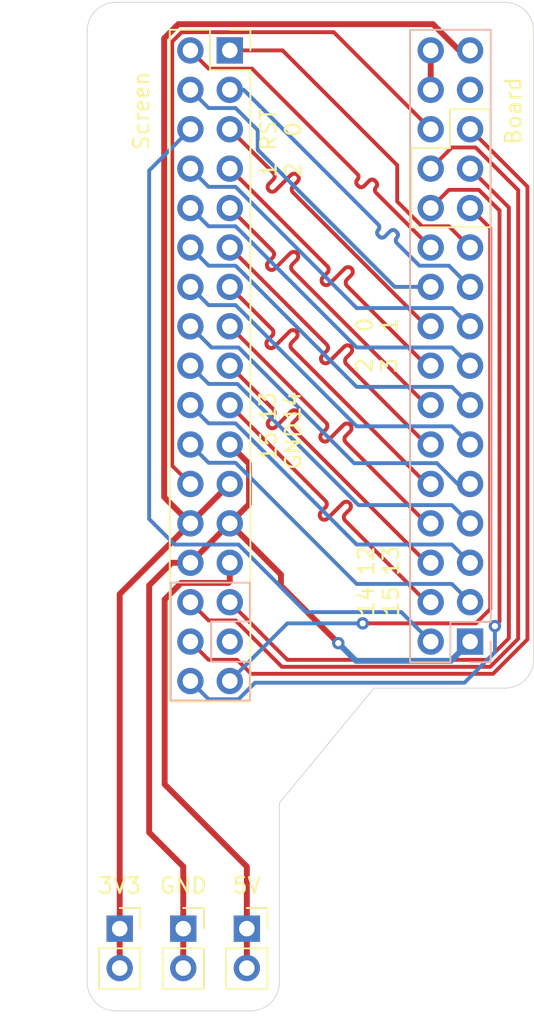
<source format=kicad_pcb>
(kicad_pcb (version 20171130) (host pcbnew "(5.1.9)-1")

  (general
    (thickness 1.6)
    (drawings 43)
    (tracks 631)
    (zones 0)
    (modules 5)
    (nets 34)
  )

  (page A4)
  (layers
    (0 F.Cu signal)
    (31 B.Cu signal)
    (32 B.Adhes user)
    (33 F.Adhes user)
    (34 B.Paste user)
    (35 F.Paste user)
    (36 B.SilkS user)
    (37 F.SilkS user)
    (38 B.Mask user)
    (39 F.Mask user)
    (40 Dwgs.User user)
    (41 Cmts.User user)
    (42 Eco1.User user)
    (43 Eco2.User user)
    (44 Edge.Cuts user)
    (45 Margin user)
    (46 B.CrtYd user)
    (47 F.CrtYd user)
    (48 B.Fab user)
    (49 F.Fab user)
  )

  (setup
    (last_trace_width 0.25)
    (user_trace_width 0.381)
    (trace_clearance 0.2)
    (zone_clearance 0.508)
    (zone_45_only no)
    (trace_min 0.2)
    (via_size 0.8)
    (via_drill 0.4)
    (via_min_size 0.4)
    (via_min_drill 0.3)
    (uvia_size 0.3)
    (uvia_drill 0.1)
    (uvias_allowed no)
    (uvia_min_size 0.2)
    (uvia_min_drill 0.1)
    (edge_width 0.05)
    (segment_width 0.2)
    (pcb_text_width 0.3)
    (pcb_text_size 1.5 1.5)
    (mod_edge_width 0.12)
    (mod_text_size 1 1)
    (mod_text_width 0.15)
    (pad_size 1.524 1.524)
    (pad_drill 0.762)
    (pad_to_mask_clearance 0)
    (aux_axis_origin 169.5 137.2)
    (visible_elements 7FFFFFFF)
    (pcbplotparams
      (layerselection 0x010fc_ffffffff)
      (usegerberextensions false)
      (usegerberattributes true)
      (usegerberadvancedattributes true)
      (creategerberjobfile true)
      (excludeedgelayer true)
      (linewidth 0.100000)
      (plotframeref false)
      (viasonmask false)
      (mode 1)
      (useauxorigin false)
      (hpglpennumber 1)
      (hpglpenspeed 20)
      (hpglpendiameter 15.000000)
      (psnegative false)
      (psa4output false)
      (plotreference true)
      (plotvalue true)
      (plotinvisibletext false)
      (padsonsilk false)
      (subtractmaskfromsilk false)
      (outputformat 1)
      (mirror false)
      (drillshape 1)
      (scaleselection 1)
      (outputdirectory ""))
  )

  (net 0 "")
  (net 1 GND)
  (net 2 +3V3)
  (net 3 "Net-(J1-Pad29)")
  (net 4 /LCD_BL)
  (net 5 /T_PEN)
  (net 6 /T_MISO)
  (net 7 /T_MOSI)
  (net 8 /T_CS)
  (net 9 /T_SCK)
  (net 10 /FSMC_NEx)
  (net 11 /FSMC_Ax)
  (net 12 /FSMC_NWE)
  (net 13 /FSMC_NOE)
  (net 14 /FSMC_D0)
  (net 15 /FSMC_D1)
  (net 16 /FSMC_D2)
  (net 17 /FSMC_D3)
  (net 18 /FSMC_D4)
  (net 19 /FSMC_D5)
  (net 20 /FSMC_D6)
  (net 21 /FSMC_D7)
  (net 22 /FSMC_D8)
  (net 23 /FSMC_D9)
  (net 24 /FSMC_D10)
  (net 25 /FSMC_D11)
  (net 26 /FSMC_D12)
  (net 27 /FSMC_D13)
  (net 28 /FSMC_D14)
  (net 29 /FSMC_D15)
  (net 30 /RST)
  (net 31 +5V)
  (net 32 "Net-(J2-Pad31)")
  (net 33 GND2)

  (net_class Default "This is the default net class."
    (clearance 0.2)
    (trace_width 0.25)
    (via_dia 0.8)
    (via_drill 0.4)
    (uvia_dia 0.3)
    (uvia_drill 0.1)
    (add_net +3V3)
    (add_net +5V)
    (add_net /FSMC_Ax)
    (add_net /FSMC_D0)
    (add_net /FSMC_D1)
    (add_net /FSMC_D10)
    (add_net /FSMC_D11)
    (add_net /FSMC_D12)
    (add_net /FSMC_D13)
    (add_net /FSMC_D14)
    (add_net /FSMC_D15)
    (add_net /FSMC_D2)
    (add_net /FSMC_D3)
    (add_net /FSMC_D4)
    (add_net /FSMC_D5)
    (add_net /FSMC_D6)
    (add_net /FSMC_D7)
    (add_net /FSMC_D8)
    (add_net /FSMC_D9)
    (add_net /FSMC_NEx)
    (add_net /FSMC_NOE)
    (add_net /FSMC_NWE)
    (add_net /LCD_BL)
    (add_net /RST)
    (add_net /T_CS)
    (add_net /T_MISO)
    (add_net /T_MOSI)
    (add_net /T_PEN)
    (add_net /T_SCK)
    (add_net GND)
    (add_net GND2)
    (add_net "Net-(J1-Pad29)")
    (add_net "Net-(J2-Pad31)")
  )

  (module Connector_PinSocket_2.54mm:PinSocket_1x02_P2.54mm_Vertical (layer F.Cu) (tedit 5A19A420) (tstamp 60A0F354)
    (at 175.7 125.7)
    (descr "Through hole straight socket strip, 1x02, 2.54mm pitch, single row (from Kicad 4.0.7), script generated")
    (tags "Through hole socket strip THT 1x02 2.54mm single row")
    (path /60AAE584)
    (fp_text reference GND (at 0 -2.77) (layer F.SilkS)
      (effects (font (size 1 1) (thickness 0.15)))
    )
    (fp_text value Conn_01x02_Female (at 0 5.31) (layer F.Fab)
      (effects (font (size 1 1) (thickness 0.15)))
    )
    (fp_line (start -1.8 4.3) (end -1.8 -1.8) (layer F.CrtYd) (width 0.05))
    (fp_line (start 1.75 4.3) (end -1.8 4.3) (layer F.CrtYd) (width 0.05))
    (fp_line (start 1.75 -1.8) (end 1.75 4.3) (layer F.CrtYd) (width 0.05))
    (fp_line (start -1.8 -1.8) (end 1.75 -1.8) (layer F.CrtYd) (width 0.05))
    (fp_line (start 0 -1.33) (end 1.33 -1.33) (layer F.SilkS) (width 0.12))
    (fp_line (start 1.33 -1.33) (end 1.33 0) (layer F.SilkS) (width 0.12))
    (fp_line (start 1.33 1.27) (end 1.33 3.87) (layer F.SilkS) (width 0.12))
    (fp_line (start -1.33 3.87) (end 1.33 3.87) (layer F.SilkS) (width 0.12))
    (fp_line (start -1.33 1.27) (end -1.33 3.87) (layer F.SilkS) (width 0.12))
    (fp_line (start -1.33 1.27) (end 1.33 1.27) (layer F.SilkS) (width 0.12))
    (fp_line (start -1.27 3.81) (end -1.27 -1.27) (layer F.Fab) (width 0.1))
    (fp_line (start 1.27 3.81) (end -1.27 3.81) (layer F.Fab) (width 0.1))
    (fp_line (start 1.27 -0.635) (end 1.27 3.81) (layer F.Fab) (width 0.1))
    (fp_line (start 0.635 -1.27) (end 1.27 -0.635) (layer F.Fab) (width 0.1))
    (fp_line (start -1.27 -1.27) (end 0.635 -1.27) (layer F.Fab) (width 0.1))
    (fp_text user %R (at 0 1.27 90) (layer F.Fab)
      (effects (font (size 1 1) (thickness 0.15)))
    )
    (pad 2 thru_hole oval (at 0 2.54) (size 1.7 1.7) (drill 1) (layers *.Cu *.Mask)
      (net 1 GND))
    (pad 1 thru_hole rect (at 0 0) (size 1.7 1.7) (drill 1) (layers *.Cu *.Mask)
      (net 1 GND))
    (model ${KISYS3DMOD}/Connector_PinSocket_2.54mm.3dshapes/PinSocket_1x02_P2.54mm_Vertical.wrl
      (at (xyz 0 0 0))
      (scale (xyz 1 1 1))
      (rotate (xyz 0 0 0))
    )
  )

  (module Connector_PinSocket_2.54mm:PinSocket_1x02_P2.54mm_Vertical (layer F.Cu) (tedit 5A19A420) (tstamp 60A0F1D1)
    (at 171.6 125.7)
    (descr "Through hole straight socket strip, 1x02, 2.54mm pitch, single row (from Kicad 4.0.7), script generated")
    (tags "Through hole socket strip THT 1x02 2.54mm single row")
    (path /60AAEFFD)
    (fp_text reference 3V3 (at 0 -2.77) (layer F.SilkS)
      (effects (font (size 1 1) (thickness 0.15)))
    )
    (fp_text value Conn_01x02_Female (at 0 5.31) (layer F.Fab)
      (effects (font (size 1 1) (thickness 0.15)))
    )
    (fp_line (start -1.8 4.3) (end -1.8 -1.8) (layer F.CrtYd) (width 0.05))
    (fp_line (start 1.75 4.3) (end -1.8 4.3) (layer F.CrtYd) (width 0.05))
    (fp_line (start 1.75 -1.8) (end 1.75 4.3) (layer F.CrtYd) (width 0.05))
    (fp_line (start -1.8 -1.8) (end 1.75 -1.8) (layer F.CrtYd) (width 0.05))
    (fp_line (start 0 -1.33) (end 1.33 -1.33) (layer F.SilkS) (width 0.12))
    (fp_line (start 1.33 -1.33) (end 1.33 0) (layer F.SilkS) (width 0.12))
    (fp_line (start 1.33 1.27) (end 1.33 3.87) (layer F.SilkS) (width 0.12))
    (fp_line (start -1.33 3.87) (end 1.33 3.87) (layer F.SilkS) (width 0.12))
    (fp_line (start -1.33 1.27) (end -1.33 3.87) (layer F.SilkS) (width 0.12))
    (fp_line (start -1.33 1.27) (end 1.33 1.27) (layer F.SilkS) (width 0.12))
    (fp_line (start -1.27 3.81) (end -1.27 -1.27) (layer F.Fab) (width 0.1))
    (fp_line (start 1.27 3.81) (end -1.27 3.81) (layer F.Fab) (width 0.1))
    (fp_line (start 1.27 -0.635) (end 1.27 3.81) (layer F.Fab) (width 0.1))
    (fp_line (start 0.635 -1.27) (end 1.27 -0.635) (layer F.Fab) (width 0.1))
    (fp_line (start -1.27 -1.27) (end 0.635 -1.27) (layer F.Fab) (width 0.1))
    (fp_text user %R (at -0.2 1.7 90) (layer F.Fab)
      (effects (font (size 1 1) (thickness 0.15)))
    )
    (pad 2 thru_hole oval (at 0 2.54) (size 1.7 1.7) (drill 1) (layers *.Cu *.Mask)
      (net 2 +3V3))
    (pad 1 thru_hole rect (at 0 0) (size 1.7 1.7) (drill 1) (layers *.Cu *.Mask)
      (net 2 +3V3))
    (model ${KISYS3DMOD}/Connector_PinSocket_2.54mm.3dshapes/PinSocket_1x02_P2.54mm_Vertical.wrl
      (at (xyz 0 0 0))
      (scale (xyz 1 1 1))
      (rotate (xyz 0 0 0))
    )
  )

  (module Connector_PinSocket_2.54mm:PinSocket_1x02_P2.54mm_Vertical (layer F.Cu) (tedit 5A19A420) (tstamp 60A0F393)
    (at 179.8 125.7)
    (descr "Through hole straight socket strip, 1x02, 2.54mm pitch, single row (from Kicad 4.0.7), script generated")
    (tags "Through hole socket strip THT 1x02 2.54mm single row")
    (path /60AB1D20)
    (fp_text reference 5V (at 0 -2.77) (layer F.SilkS)
      (effects (font (size 1 1) (thickness 0.15)))
    )
    (fp_text value Conn_01x02_Female (at 0 5.31) (layer F.Fab)
      (effects (font (size 1 1) (thickness 0.15)))
    )
    (fp_line (start -1.8 4.3) (end -1.8 -1.8) (layer F.CrtYd) (width 0.05))
    (fp_line (start 1.75 4.3) (end -1.8 4.3) (layer F.CrtYd) (width 0.05))
    (fp_line (start 1.75 -1.8) (end 1.75 4.3) (layer F.CrtYd) (width 0.05))
    (fp_line (start -1.8 -1.8) (end 1.75 -1.8) (layer F.CrtYd) (width 0.05))
    (fp_line (start 0 -1.33) (end 1.33 -1.33) (layer F.SilkS) (width 0.12))
    (fp_line (start 1.33 -1.33) (end 1.33 0) (layer F.SilkS) (width 0.12))
    (fp_line (start 1.33 1.27) (end 1.33 3.87) (layer F.SilkS) (width 0.12))
    (fp_line (start -1.33 3.87) (end 1.33 3.87) (layer F.SilkS) (width 0.12))
    (fp_line (start -1.33 1.27) (end -1.33 3.87) (layer F.SilkS) (width 0.12))
    (fp_line (start -1.33 1.27) (end 1.33 1.27) (layer F.SilkS) (width 0.12))
    (fp_line (start -1.27 3.81) (end -1.27 -1.27) (layer F.Fab) (width 0.1))
    (fp_line (start 1.27 3.81) (end -1.27 3.81) (layer F.Fab) (width 0.1))
    (fp_line (start 1.27 -0.635) (end 1.27 3.81) (layer F.Fab) (width 0.1))
    (fp_line (start 0.635 -1.27) (end 1.27 -0.635) (layer F.Fab) (width 0.1))
    (fp_line (start -1.27 -1.27) (end 0.635 -1.27) (layer F.Fab) (width 0.1))
    (fp_text user %R (at 0 1.27 90) (layer F.Fab)
      (effects (font (size 1 1) (thickness 0.15)))
    )
    (pad 2 thru_hole oval (at 0 2.54) (size 1.7 1.7) (drill 1) (layers *.Cu *.Mask)
      (net 31 +5V))
    (pad 1 thru_hole rect (at 0 0) (size 1.7 1.7) (drill 1) (layers *.Cu *.Mask)
      (net 31 +5V))
    (model ${KISYS3DMOD}/Connector_PinSocket_2.54mm.3dshapes/PinSocket_1x02_P2.54mm_Vertical.wrl
      (at (xyz 0 0 0))
      (scale (xyz 1 1 1))
      (rotate (xyz 0 0 0))
    )
  )

  (module Connector_PinSocket_2.54mm:PinSocket_2x17_P2.54mm_Vertical (layer F.Cu) (tedit 5A19A431) (tstamp 60A0F232)
    (at 178.7 69.1)
    (descr "Through hole straight socket strip, 2x17, 2.54mm pitch, double cols (from Kicad 4.0.7), script generated")
    (tags "Through hole socket strip THT 2x17 2.54mm double row")
    (path /609B69A4)
    (fp_text reference Screen (at -5.7 3.9 90) (layer F.SilkS)
      (effects (font (size 1 1) (thickness 0.15)))
    )
    (fp_text value Screen (at -1.27 43.41) (layer F.Fab)
      (effects (font (size 1 1) (thickness 0.15)))
    )
    (fp_line (start -4.34 42.4) (end -4.34 -1.8) (layer F.CrtYd) (width 0.05))
    (fp_line (start 1.76 42.4) (end -4.34 42.4) (layer F.CrtYd) (width 0.05))
    (fp_line (start 1.76 -1.8) (end 1.76 42.4) (layer F.CrtYd) (width 0.05))
    (fp_line (start -4.34 -1.8) (end 1.76 -1.8) (layer F.CrtYd) (width 0.05))
    (fp_line (start 0 -1.33) (end 1.33 -1.33) (layer F.SilkS) (width 0.12))
    (fp_line (start 1.33 -1.33) (end 1.33 0) (layer F.SilkS) (width 0.12))
    (fp_line (start -1.27 -1.33) (end -1.27 1.27) (layer F.SilkS) (width 0.12))
    (fp_line (start -1.27 1.27) (end 1.33 1.27) (layer F.SilkS) (width 0.12))
    (fp_line (start 1.33 1.27) (end 1.33 41.97) (layer F.SilkS) (width 0.12))
    (fp_line (start -3.87 41.97) (end 1.33 41.97) (layer F.SilkS) (width 0.12))
    (fp_line (start -3.87 -1.33) (end -3.87 41.97) (layer F.SilkS) (width 0.12))
    (fp_line (start -3.87 -1.33) (end -1.27 -1.33) (layer F.SilkS) (width 0.12))
    (fp_line (start -3.81 41.91) (end -3.81 -1.27) (layer F.Fab) (width 0.1))
    (fp_line (start 1.27 41.91) (end -3.81 41.91) (layer F.Fab) (width 0.1))
    (fp_line (start 1.27 -0.27) (end 1.27 41.91) (layer F.Fab) (width 0.1))
    (fp_line (start 0.27 -1.27) (end 1.27 -0.27) (layer F.Fab) (width 0.1))
    (fp_line (start -3.81 -1.27) (end 0.27 -1.27) (layer F.Fab) (width 0.1))
    (pad 34 thru_hole oval (at -2.54 40.64) (size 1.7 1.7) (drill 1) (layers *.Cu *.Mask)
      (net 8 /T_CS))
    (pad 33 thru_hole oval (at 0 40.64) (size 1.7 1.7) (drill 1) (layers *.Cu *.Mask)
      (net 9 /T_SCK))
    (pad 32 thru_hole oval (at -2.54 38.1) (size 1.7 1.7) (drill 1) (layers *.Cu *.Mask)
      (net 5 /T_PEN))
    (pad 31 thru_hole oval (at 0 38.1) (size 1.7 1.7) (drill 1) (layers *.Cu *.Mask)
      (net 32 "Net-(J2-Pad31)"))
    (pad 30 thru_hole oval (at -2.54 35.56) (size 1.7 1.7) (drill 1) (layers *.Cu *.Mask)
      (net 6 /T_MISO))
    (pad 29 thru_hole oval (at 0 35.56) (size 1.7 1.7) (drill 1) (layers *.Cu *.Mask)
      (net 7 /T_MOSI))
    (pad 28 thru_hole oval (at -2.54 33.02) (size 1.7 1.7) (drill 1) (layers *.Cu *.Mask)
      (net 1 GND))
    (pad 27 thru_hole oval (at 0 33.02) (size 1.7 1.7) (drill 1) (layers *.Cu *.Mask)
      (net 31 +5V))
    (pad 26 thru_hole oval (at -2.54 30.48) (size 1.7 1.7) (drill 1) (layers *.Cu *.Mask)
      (net 2 +3V3))
    (pad 25 thru_hole oval (at 0 30.48) (size 1.7 1.7) (drill 1) (layers *.Cu *.Mask)
      (net 1 GND))
    (pad 24 thru_hole oval (at -2.54 27.94) (size 1.7 1.7) (drill 1) (layers *.Cu *.Mask)
      (net 4 /LCD_BL))
    (pad 23 thru_hole oval (at 0 27.94) (size 1.7 1.7) (drill 1) (layers *.Cu *.Mask)
      (net 2 +3V3))
    (pad 22 thru_hole oval (at -2.54 25.4) (size 1.7 1.7) (drill 1) (layers *.Cu *.Mask)
      (net 29 /FSMC_D15))
    (pad 21 thru_hole oval (at 0 25.4) (size 1.7 1.7) (drill 1) (layers *.Cu *.Mask)
      (net 1 GND))
    (pad 20 thru_hole oval (at -2.54 22.86) (size 1.7 1.7) (drill 1) (layers *.Cu *.Mask)
      (net 27 /FSMC_D13))
    (pad 19 thru_hole oval (at 0 22.86) (size 1.7 1.7) (drill 1) (layers *.Cu *.Mask)
      (net 28 /FSMC_D14))
    (pad 18 thru_hole oval (at -2.54 20.32) (size 1.7 1.7) (drill 1) (layers *.Cu *.Mask)
      (net 25 /FSMC_D11))
    (pad 17 thru_hole oval (at 0 20.32) (size 1.7 1.7) (drill 1) (layers *.Cu *.Mask)
      (net 26 /FSMC_D12))
    (pad 16 thru_hole oval (at -2.54 17.78) (size 1.7 1.7) (drill 1) (layers *.Cu *.Mask)
      (net 23 /FSMC_D9))
    (pad 15 thru_hole oval (at 0 17.78) (size 1.7 1.7) (drill 1) (layers *.Cu *.Mask)
      (net 24 /FSMC_D10))
    (pad 14 thru_hole oval (at -2.54 15.24) (size 1.7 1.7) (drill 1) (layers *.Cu *.Mask)
      (net 21 /FSMC_D7))
    (pad 13 thru_hole oval (at 0 15.24) (size 1.7 1.7) (drill 1) (layers *.Cu *.Mask)
      (net 22 /FSMC_D8))
    (pad 12 thru_hole oval (at -2.54 12.7) (size 1.7 1.7) (drill 1) (layers *.Cu *.Mask)
      (net 19 /FSMC_D5))
    (pad 11 thru_hole oval (at 0 12.7) (size 1.7 1.7) (drill 1) (layers *.Cu *.Mask)
      (net 20 /FSMC_D6))
    (pad 10 thru_hole oval (at -2.54 10.16) (size 1.7 1.7) (drill 1) (layers *.Cu *.Mask)
      (net 17 /FSMC_D3))
    (pad 9 thru_hole oval (at 0 10.16) (size 1.7 1.7) (drill 1) (layers *.Cu *.Mask)
      (net 18 /FSMC_D4))
    (pad 8 thru_hole oval (at -2.54 7.62) (size 1.7 1.7) (drill 1) (layers *.Cu *.Mask)
      (net 15 /FSMC_D1))
    (pad 7 thru_hole oval (at 0 7.62) (size 1.7 1.7) (drill 1) (layers *.Cu *.Mask)
      (net 16 /FSMC_D2))
    (pad 6 thru_hole oval (at -2.54 5.08) (size 1.7 1.7) (drill 1) (layers *.Cu *.Mask)
      (net 30 /RST))
    (pad 5 thru_hole oval (at 0 5.08) (size 1.7 1.7) (drill 1) (layers *.Cu *.Mask)
      (net 14 /FSMC_D0))
    (pad 4 thru_hole oval (at -2.54 2.54) (size 1.7 1.7) (drill 1) (layers *.Cu *.Mask)
      (net 12 /FSMC_NWE))
    (pad 3 thru_hole oval (at 0 2.54) (size 1.7 1.7) (drill 1) (layers *.Cu *.Mask)
      (net 13 /FSMC_NOE))
    (pad 2 thru_hole oval (at -2.54 0) (size 1.7 1.7) (drill 1) (layers *.Cu *.Mask)
      (net 10 /FSMC_NEx))
    (pad 1 thru_hole rect (at 0 0) (size 1.7 1.7) (drill 1) (layers *.Cu *.Mask)
      (net 11 /FSMC_Ax))
    (model ${KISYS3DMOD}/Connector_PinSocket_2.54mm.3dshapes/PinSocket_2x17_P2.54mm_Vertical.wrl
      (at (xyz 0 0 0))
      (scale (xyz 1 1 1))
      (rotate (xyz 0 0 0))
    )
  )

  (module Connector_PinSocket_2.54mm:PinSocket_2x16_P2.54mm_Vertical (layer B.Cu) (tedit 5A19A424) (tstamp 60A0F2D5)
    (at 194.2 107.2)
    (descr "Through hole straight socket strip, 2x16, 2.54mm pitch, double cols (from Kicad 4.0.7), script generated")
    (tags "Through hole socket strip THT 2x16 2.54mm double row")
    (path /609B51F0)
    (fp_text reference Board (at 2.8 -34.2 90) (layer F.SilkS)
      (effects (font (size 1 1) (thickness 0.15)))
    )
    (fp_text value Board (at 0 -40.5) (layer B.Fab)
      (effects (font (size 1 1) (thickness 0.15)) (justify mirror))
    )
    (fp_line (start -4.34 -39.9) (end -4.34 1.8) (layer B.CrtYd) (width 0.05))
    (fp_line (start 1.76 -39.9) (end -4.34 -39.9) (layer B.CrtYd) (width 0.05))
    (fp_line (start 1.76 1.8) (end 1.76 -39.9) (layer B.CrtYd) (width 0.05))
    (fp_line (start -4.34 1.8) (end 1.76 1.8) (layer B.CrtYd) (width 0.05))
    (fp_line (start 0 1.33) (end 1.33 1.33) (layer B.SilkS) (width 0.12))
    (fp_line (start 1.33 1.33) (end 1.33 0) (layer B.SilkS) (width 0.12))
    (fp_line (start -1.27 1.33) (end -1.27 -1.27) (layer B.SilkS) (width 0.12))
    (fp_line (start -1.27 -1.27) (end 1.33 -1.27) (layer B.SilkS) (width 0.12))
    (fp_line (start 1.33 -1.27) (end 1.33 -39.43) (layer B.SilkS) (width 0.12))
    (fp_line (start -3.87 -39.43) (end 1.33 -39.43) (layer B.SilkS) (width 0.12))
    (fp_line (start -3.87 1.33) (end -3.87 -39.43) (layer B.SilkS) (width 0.12))
    (fp_line (start -3.87 1.33) (end -1.27 1.33) (layer B.SilkS) (width 0.12))
    (fp_line (start -3.81 -39.37) (end -3.81 1.27) (layer B.Fab) (width 0.1))
    (fp_line (start 1.27 -39.37) (end -3.81 -39.37) (layer B.Fab) (width 0.1))
    (fp_line (start 1.27 0.27) (end 1.27 -39.37) (layer B.Fab) (width 0.1))
    (fp_line (start 0.27 1.27) (end 1.27 0.27) (layer B.Fab) (width 0.1))
    (fp_line (start -3.81 1.27) (end 0.27 1.27) (layer B.Fab) (width 0.1))
    (pad 32 thru_hole oval (at -2.54 -38.1) (size 1.7 1.7) (drill 1) (layers *.Cu *.Mask)
      (net 33 GND2))
    (pad 31 thru_hole oval (at 0 -38.1) (size 1.7 1.7) (drill 1) (layers *.Cu *.Mask)
      (net 2 +3V3))
    (pad 30 thru_hole oval (at -2.54 -35.56) (size 1.7 1.7) (drill 1) (layers *.Cu *.Mask)
      (net 33 GND2))
    (pad 29 thru_hole oval (at 0 -35.56) (size 1.7 1.7) (drill 1) (layers *.Cu *.Mask)
      (net 3 "Net-(J1-Pad29)"))
    (pad 28 thru_hole oval (at -2.54 -33.02) (size 1.7 1.7) (drill 1) (layers *.Cu *.Mask)
      (net 4 /LCD_BL))
    (pad 27 thru_hole oval (at 0 -33.02) (size 1.7 1.7) (drill 1) (layers *.Cu *.Mask)
      (net 5 /T_PEN))
    (pad 26 thru_hole oval (at -2.54 -30.48) (size 1.7 1.7) (drill 1) (layers *.Cu *.Mask)
      (net 6 /T_MISO))
    (pad 25 thru_hole oval (at 0 -30.48) (size 1.7 1.7) (drill 1) (layers *.Cu *.Mask)
      (net 7 /T_MOSI))
    (pad 24 thru_hole oval (at -2.54 -27.94) (size 1.7 1.7) (drill 1) (layers *.Cu *.Mask)
      (net 8 /T_CS))
    (pad 23 thru_hole oval (at 0 -27.94) (size 1.7 1.7) (drill 1) (layers *.Cu *.Mask)
      (net 9 /T_SCK))
    (pad 22 thru_hole oval (at -2.54 -25.4) (size 1.7 1.7) (drill 1) (layers *.Cu *.Mask)
      (net 10 /FSMC_NEx))
    (pad 21 thru_hole oval (at 0 -25.4) (size 1.7 1.7) (drill 1) (layers *.Cu *.Mask)
      (net 11 /FSMC_Ax))
    (pad 20 thru_hole oval (at -2.54 -22.86) (size 1.7 1.7) (drill 1) (layers *.Cu *.Mask)
      (net 12 /FSMC_NWE))
    (pad 19 thru_hole oval (at 0 -22.86) (size 1.7 1.7) (drill 1) (layers *.Cu *.Mask)
      (net 13 /FSMC_NOE))
    (pad 18 thru_hole oval (at -2.54 -20.32) (size 1.7 1.7) (drill 1) (layers *.Cu *.Mask)
      (net 14 /FSMC_D0))
    (pad 17 thru_hole oval (at 0 -20.32) (size 1.7 1.7) (drill 1) (layers *.Cu *.Mask)
      (net 15 /FSMC_D1))
    (pad 16 thru_hole oval (at -2.54 -17.78) (size 1.7 1.7) (drill 1) (layers *.Cu *.Mask)
      (net 16 /FSMC_D2))
    (pad 15 thru_hole oval (at 0 -17.78) (size 1.7 1.7) (drill 1) (layers *.Cu *.Mask)
      (net 17 /FSMC_D3))
    (pad 14 thru_hole oval (at -2.54 -15.24) (size 1.7 1.7) (drill 1) (layers *.Cu *.Mask)
      (net 18 /FSMC_D4))
    (pad 13 thru_hole oval (at 0 -15.24) (size 1.7 1.7) (drill 1) (layers *.Cu *.Mask)
      (net 19 /FSMC_D5))
    (pad 12 thru_hole oval (at -2.54 -12.7) (size 1.7 1.7) (drill 1) (layers *.Cu *.Mask)
      (net 20 /FSMC_D6))
    (pad 11 thru_hole oval (at 0 -12.7) (size 1.7 1.7) (drill 1) (layers *.Cu *.Mask)
      (net 21 /FSMC_D7))
    (pad 10 thru_hole oval (at -2.54 -10.16) (size 1.7 1.7) (drill 1) (layers *.Cu *.Mask)
      (net 22 /FSMC_D8))
    (pad 9 thru_hole oval (at 0 -10.16) (size 1.7 1.7) (drill 1) (layers *.Cu *.Mask)
      (net 23 /FSMC_D9))
    (pad 8 thru_hole oval (at -2.54 -7.62) (size 1.7 1.7) (drill 1) (layers *.Cu *.Mask)
      (net 24 /FSMC_D10))
    (pad 7 thru_hole oval (at 0 -7.62) (size 1.7 1.7) (drill 1) (layers *.Cu *.Mask)
      (net 25 /FSMC_D11))
    (pad 6 thru_hole oval (at -2.54 -5.08) (size 1.7 1.7) (drill 1) (layers *.Cu *.Mask)
      (net 26 /FSMC_D12))
    (pad 5 thru_hole oval (at 0 -5.08) (size 1.7 1.7) (drill 1) (layers *.Cu *.Mask)
      (net 27 /FSMC_D13))
    (pad 4 thru_hole oval (at -2.54 -2.54) (size 1.7 1.7) (drill 1) (layers *.Cu *.Mask)
      (net 28 /FSMC_D14))
    (pad 3 thru_hole oval (at 0 -2.54) (size 1.7 1.7) (drill 1) (layers *.Cu *.Mask)
      (net 29 /FSMC_D15))
    (pad 2 thru_hole oval (at -2.54 0) (size 1.7 1.7) (drill 1) (layers *.Cu *.Mask)
      (net 30 /RST))
    (pad 1 thru_hole rect (at 0 0) (size 1.7 1.7) (drill 1) (layers *.Cu *.Mask)
      (net 1 GND))
    (model ${KISYS3DMOD}/Connector_PinSocket_2.54mm.3dshapes/PinSocket_2x16_P2.54mm_Vertical.wrl
      (at (xyz 0 0 0))
      (scale (xyz 1 1 1))
      (rotate (xyz 0 0 0))
    )
  )

  (gr_text 13 (at 181.15 92.05 90) (layer F.SilkS) (tstamp 60A104CC)
    (effects (font (size 1 1) (thickness 0.15)))
  )
  (gr_text 14 (at 182.75 92.05 90) (layer F.SilkS) (tstamp 60A104CB)
    (effects (font (size 1 1) (thickness 0.15)))
  )
  (gr_line (start 180 108.5) (end 180 111) (layer B.SilkS) (width 0.12) (tstamp 60A0FB9C))
  (gr_line (start 177.5 105.9) (end 180 105.9) (layer B.SilkS) (width 0.12))
  (gr_line (start 177.5 108.5) (end 177.5 105.9) (layer B.SilkS) (width 0.12))
  (gr_line (start 180 108.5) (end 177.5 108.5) (layer B.SilkS) (width 0.12))
  (gr_line (start 180 105.9) (end 180 103.4) (layer B.SilkS) (width 0.12) (tstamp 60A0FA44))
  (gr_line (start 190.4 75.4) (end 190.4 80.5) (layer F.SilkS) (width 0.12) (tstamp 60A0FA45))
  (gr_line (start 192.9 75.4) (end 190.4 75.4) (layer F.SilkS) (width 0.12))
  (gr_line (start 192.9 72.9) (end 192.9 75.4) (layer F.SilkS) (width 0.12))
  (gr_line (start 195.5 72.9) (end 192.9 72.9) (layer F.SilkS) (width 0.12))
  (gr_line (start 195.5 80.5) (end 195.5 72.9) (layer F.SilkS) (width 0.12))
  (gr_line (start 190.4 80.5) (end 195.5 80.5) (layer F.SilkS) (width 0.12))
  (gr_line (start 174.9 111) (end 180 111) (layer B.SilkS) (width 0.12))
  (gr_line (start 174.9 103.4) (end 174.9 111) (layer B.SilkS) (width 0.12))
  (gr_line (start 180 103.4) (end 174.9 103.4) (layer B.SilkS) (width 0.12))
  (gr_arc (start 196.45 108.35) (end 196.45 110.2) (angle -90) (layer Edge.Cuts) (width 0.05) (tstamp 60A0F991))
  (gr_text 12 (at 187.5 102 90) (layer F.SilkS) (tstamp 60A0F934)
    (effects (font (size 1 1) (thickness 0.15)))
  )
  (gr_text 15 (at 189.1 104.6 90) (layer F.SilkS) (tstamp 60A0F933)
    (effects (font (size 1 1) (thickness 0.15)))
  )
  (gr_text 14 (at 187.5 104.6 90) (layer F.SilkS) (tstamp 60A0F932)
    (effects (font (size 1 1) (thickness 0.15)))
  )
  (gr_text 13 (at 189.1 102 90) (layer F.SilkS) (tstamp 60A0F931)
    (effects (font (size 1 1) (thickness 0.15)))
  )
  (gr_text 0 (at 187.4 86.8 90) (layer F.SilkS) (tstamp 60A0F934)
    (effects (font (size 1 1) (thickness 0.15)))
  )
  (gr_text 3 (at 189 89.4 90) (layer F.SilkS) (tstamp 60A0F933)
    (effects (font (size 1 1) (thickness 0.15)))
  )
  (gr_text 2 (at 187.4 89.4 90) (layer F.SilkS) (tstamp 60A0F932)
    (effects (font (size 1 1) (thickness 0.15)))
  )
  (gr_text 1 (at 189 86.8 90) (layer F.SilkS) (tstamp 60A0F931)
    (effects (font (size 1 1) (thickness 0.15)))
  )
  (gr_text GND (at 182.8 94.6 90) (layer F.SilkS) (tstamp 60A0F8D6)
    (effects (font (size 1 1) (thickness 0.15)))
  )
  (gr_text 15 (at 181.2 94.6 90) (layer F.SilkS) (tstamp 60A0F8D5)
    (effects (font (size 1 1) (thickness 0.15)))
  )
  (gr_text 1 (at 181.2 76.8 90) (layer F.SilkS) (tstamp 60A0F8CC)
    (effects (font (size 1 1) (thickness 0.15)))
  )
  (gr_text 2 (at 182.8 76.8 90) (layer F.SilkS) (tstamp 60A0F8CB)
    (effects (font (size 1 1) (thickness 0.15)))
  )
  (gr_text 0 (at 182.8 74.2 90) (layer F.SilkS) (tstamp 60A0F848)
    (effects (font (size 1 1) (thickness 0.15)))
  )
  (gr_text RST (at 181.2 74.2 90) (layer F.SilkS) (tstamp 60A0F848)
    (effects (font (size 1 1) (thickness 0.15)))
  )
  (gr_arc (start 171.35 67.85) (end 171.35 66) (angle -90) (layer Edge.Cuts) (width 0.05) (tstamp 60A0D3AF))
  (gr_arc (start 180.05 129.15) (end 180.05 131) (angle -90) (layer Edge.Cuts) (width 0.05) (tstamp 60A0D3AF))
  (gr_arc (start 196.45 67.85) (end 198.3 67.85) (angle -90) (layer Edge.Cuts) (width 0.05) (tstamp 60A0D3AF))
  (gr_arc (start 171.35 129.15) (end 169.5 129.15) (angle -90) (layer Edge.Cuts) (width 0.05))
  (gr_line (start 169.5 117.6) (end 169.5 129.15) (layer Edge.Cuts) (width 0.05) (tstamp 60A0EFD4))
  (gr_line (start 181.9 117.6) (end 181.9 129.15) (layer Edge.Cuts) (width 0.05) (tstamp 60A0EFE0))
  (gr_line (start 171.35 66) (end 196.45 66) (layer Edge.Cuts) (width 0.05) (tstamp 60A0EFE9))
  (gr_line (start 169.5 117.6) (end 169.5 67.85) (layer Edge.Cuts) (width 0.05) (tstamp 60A0EFDD))
  (gr_line (start 180.05 131) (end 171.35 131) (layer Edge.Cuts) (width 0.05) (tstamp 60A0EFEC))
  (gr_line (start 188 110.2) (end 181.9 117.6) (layer Edge.Cuts) (width 0.05) (tstamp 60A0EFDA))
  (gr_line (start 196.45 110.2) (end 188 110.2) (layer Edge.Cuts) (width 0.05) (tstamp 60A0EFD7))
  (gr_line (start 198.3 67.85) (end 198.3 108.35) (layer Edge.Cuts) (width 0.05) (tstamp 60A0EFE3))

  (segment (start 192.959499 108.440501) (end 186.840501 108.440501) (width 0.381) (layer B.Cu) (net 1) (tstamp 60A0F130))
  (segment (start 194.2 107.2) (end 192.959499 108.440501) (width 0.381) (layer B.Cu) (net 1) (tstamp 60A0F1A8))
  (via (at 185.7 107.3) (size 0.8) (drill 0.4) (layers F.Cu B.Cu) (net 1) (tstamp 60A0F1B7))
  (segment (start 186.840501 108.440501) (end 185.7 107.3) (width 0.381) (layer B.Cu) (net 1) (tstamp 60A0F17E))
  (segment (start 185.7 107.3) (end 182 103.6) (width 0.381) (layer F.Cu) (net 1) (tstamp 60A0F181))
  (segment (start 182 102.88) (end 178.7 99.58) (width 0.381) (layer F.Cu) (net 1) (tstamp 60A0F127))
  (segment (start 182 103.6) (end 182 102.88) (width 0.381) (layer F.Cu) (net 1) (tstamp 60A0F184))
  (segment (start 179.940501 95.740501) (end 178.7 94.5) (width 0.381) (layer F.Cu) (net 1) (tstamp 60A0F178))
  (segment (start 179.940501 98.339499) (end 179.940501 95.740501) (width 0.381) (layer F.Cu) (net 1) (tstamp 60A0F15A))
  (segment (start 178.7 99.58) (end 179.940501 98.339499) (width 0.381) (layer F.Cu) (net 1) (tstamp 60A0F18D))
  (segment (start 178.7 99.58) (end 176.16 102.12) (width 0.381) (layer F.Cu) (net 1) (tstamp 60A0F16F))
  (segment (start 175.7 121.7) (end 175.7 128.24) (width 0.381) (layer F.Cu) (net 1))
  (segment (start 173.5 119.5) (end 175.7 121.7) (width 0.381) (layer F.Cu) (net 1))
  (segment (start 173.5 103.577919) (end 173.5 119.5) (width 0.381) (layer F.Cu) (net 1))
  (segment (start 174.957919 102.12) (end 173.5 103.577919) (width 0.381) (layer F.Cu) (net 1))
  (segment (start 176.16 102.12) (end 174.957919 102.12) (width 0.381) (layer F.Cu) (net 1))
  (segment (start 174.469489 97.889489) (end 176.16 99.58) (width 0.381) (layer F.Cu) (net 2) (tstamp 60A0F124))
  (segment (start 174.469489 68.322468) (end 174.469489 97.889489) (width 0.381) (layer F.Cu) (net 2) (tstamp 60A0F16C))
  (segment (start 175.382468 67.409489) (end 174.469489 68.322468) (width 0.381) (layer F.Cu) (net 2) (tstamp 60A0F154))
  (segment (start 191.805431 67.409489) (end 175.382468 67.409489) (width 0.381) (layer F.Cu) (net 2) (tstamp 60A0F11E))
  (segment (start 193.495942 69.1) (end 191.805431 67.409489) (width 0.381) (layer F.Cu) (net 2) (tstamp 60A0F169))
  (segment (start 194.2 69.1) (end 193.495942 69.1) (width 0.381) (layer F.Cu) (net 2) (tstamp 60A0F1AE))
  (segment (start 176.16 99.58) (end 178.7 97.04) (width 0.381) (layer F.Cu) (net 2) (tstamp 60A0F175))
  (segment (start 171.6 104.14) (end 176.16 99.58) (width 0.381) (layer F.Cu) (net 2))
  (segment (start 171.6 128.24) (end 171.6 104.14) (width 0.381) (layer F.Cu) (net 2))
  (segment (start 174.984999 95.864999) (end 176.16 97.04) (width 0.25) (layer F.Cu) (net 4) (tstamp 60A0F12D))
  (segment (start 174.984999 68.535999) (end 174.984999 95.864999) (width 0.25) (layer F.Cu) (net 4) (tstamp 60A0F1A5))
  (segment (start 175.595999 67.924999) (end 174.984999 68.535999) (width 0.25) (layer F.Cu) (net 4) (tstamp 60A0F160))
  (segment (start 185.404999 67.924999) (end 175.595999 67.924999) (width 0.25) (layer F.Cu) (net 4) (tstamp 60A0F133))
  (segment (start 191.66 74.18) (end 185.404999 67.924999) (width 0.25) (layer F.Cu) (net 4) (tstamp 60A0F15D))
  (segment (start 179.175001 108.375001) (end 177.335001 108.375001) (width 0.25) (layer F.Cu) (net 5) (tstamp 60A0F157))
  (segment (start 180.075021 109.275021) (end 179.175001 108.375001) (width 0.25) (layer F.Cu) (net 5) (tstamp 60A0F151))
  (segment (start 195.682801 109.275021) (end 180.075021 109.275021) (width 0.25) (layer F.Cu) (net 5) (tstamp 60A0F14B))
  (segment (start 197.9 107.057822) (end 195.682801 109.275021) (width 0.25) (layer F.Cu) (net 5) (tstamp 60A0F148))
  (segment (start 177.335001 108.375001) (end 176.16 107.2) (width 0.25) (layer F.Cu) (net 5) (tstamp 60A0F18A))
  (segment (start 197.9 77.88) (end 197.9 107.057822) (width 0.25) (layer F.Cu) (net 5) (tstamp 60A0F13F))
  (segment (start 194.2 74.18) (end 197.9 77.88) (width 0.25) (layer F.Cu) (net 5) (tstamp 60A0F187))
  (segment (start 177.335001 105.835001) (end 176.16 104.66) (width 0.25) (layer F.Cu) (net 6) (tstamp 60A0F13C))
  (segment (start 179.074003 105.835001) (end 177.335001 105.835001) (width 0.25) (layer F.Cu) (net 6) (tstamp 60A0F1AB))
  (segment (start 182.064013 108.825011) (end 179.074003 105.835001) (width 0.25) (layer F.Cu) (net 6) (tstamp 60A0F139))
  (segment (start 197.3 107.021412) (end 195.496401 108.825011) (width 0.25) (layer F.Cu) (net 6) (tstamp 60A0F136))
  (segment (start 195.496401 108.825011) (end 182.064013 108.825011) (width 0.25) (layer F.Cu) (net 6) (tstamp 60A0F12A))
  (segment (start 194.555001 75.355001) (end 197.3 78.1) (width 0.25) (layer F.Cu) (net 6) (tstamp 60A0F199))
  (segment (start 197.3 78.1) (end 197.3 107.021412) (width 0.25) (layer F.Cu) (net 6) (tstamp 60A0F196))
  (segment (start 193.024999 75.355001) (end 194.555001 75.355001) (width 0.25) (layer F.Cu) (net 6) (tstamp 60A0F121))
  (segment (start 191.66 76.72) (end 193.024999 75.355001) (width 0.25) (layer F.Cu) (net 6) (tstamp 60A0F11B))
  (segment (start 182.415001 108.375001) (end 178.7 104.66) (width 0.25) (layer F.Cu) (net 7) (tstamp 60A0F1A2))
  (segment (start 195.310001 108.375001) (end 182.415001 108.375001) (width 0.25) (layer F.Cu) (net 7) (tstamp 60A0F193))
  (segment (start 196.7 106.985002) (end 195.310001 108.375001) (width 0.25) (layer F.Cu) (net 7) (tstamp 60A0F118))
  (segment (start 196.7 79.22) (end 196.7 106.985002) (width 0.25) (layer F.Cu) (net 7) (tstamp 60A0F19F))
  (segment (start 194.2 76.72) (end 196.7 79.22) (width 0.25) (layer F.Cu) (net 7) (tstamp 60A0F19C))
  (segment (start 196.1 105.9) (end 195.8 106.2) (width 0.25) (layer F.Cu) (net 8) (tstamp 60A0F0B2))
  (segment (start 196.1 79.420998) (end 196.1 105.9) (width 0.25) (layer F.Cu) (net 8) (tstamp 60A0F0EB))
  (segment (start 194.764001 78.084999) (end 196.1 79.420998) (width 0.25) (layer F.Cu) (net 8) (tstamp 60A0F0AF))
  (segment (start 192.835001 78.084999) (end 194.764001 78.084999) (width 0.25) (layer F.Cu) (net 8) (tstamp 60A0F10C))
  (segment (start 191.66 79.26) (end 192.835001 78.084999) (width 0.25) (layer F.Cu) (net 8) (tstamp 60A0F112))
  (segment (start 195.8 106.2) (end 195.8 106.2) (width 0.25) (layer F.Cu) (net 8) (tstamp 60A0F0D6))
  (via (at 195.8 106.2) (size 0.8) (drill 0.4) (layers F.Cu B.Cu) (net 8) (tstamp 60A0F1B4))
  (segment (start 177.335001 110.915001) (end 176.16 109.74) (width 0.25) (layer B.Cu) (net 8) (tstamp 60A0F100))
  (segment (start 179.264001 110.915001) (end 177.335001 110.915001) (width 0.25) (layer B.Cu) (net 8) (tstamp 60A0F0EE))
  (segment (start 180.329012 109.84999) (end 179.264001 110.915001) (width 0.25) (layer B.Cu) (net 8) (tstamp 60A0F0AC))
  (segment (start 193.835012 109.84999) (end 180.329012 109.84999) (width 0.25) (layer B.Cu) (net 8) (tstamp 60A0F109))
  (segment (start 195.8 107.885002) (end 193.835012 109.84999) (width 0.25) (layer B.Cu) (net 8) (tstamp 60A0F115))
  (segment (start 195.8 106.2) (end 195.8 107.885002) (width 0.25) (layer B.Cu) (net 8) (tstamp 60A0F103))
  (segment (start 195.5 80.56) (end 195.5 104.2) (width 0.25) (layer F.Cu) (net 9) (tstamp 60A0F0C4))
  (segment (start 194.2 79.26) (end 195.5 80.56) (width 0.25) (layer F.Cu) (net 9) (tstamp 60A0F0B5))
  (segment (start 194.574003 106.024999) (end 187.275001 106.024999) (width 0.25) (layer F.Cu) (net 9) (tstamp 60A0F0E2))
  (segment (start 195.5 105.099002) (end 194.574003 106.024999) (width 0.25) (layer F.Cu) (net 9) (tstamp 60A0F0CD))
  (segment (start 195.5 104.2) (end 195.5 105.099002) (width 0.25) (layer F.Cu) (net 9) (tstamp 60A0F0BE))
  (via (at 187.275001 106.024999) (size 0.8) (drill 0.4) (layers F.Cu B.Cu) (net 9) (tstamp 60A0F1BA))
  (segment (start 182.415001 106.024999) (end 178.7 109.74) (width 0.25) (layer B.Cu) (net 9) (tstamp 60A0F106))
  (segment (start 187.275001 106.024999) (end 182.415001 106.024999) (width 0.25) (layer B.Cu) (net 9) (tstamp 60A0F0F4))
  (segment (start 188.132079 78.272079) (end 188.487556 78.627556) (width 0.25) (layer F.Cu) (net 10))
  (segment (start 188.191273 77.824319) (end 188.166983 77.874756) (width 0.25) (layer F.Cu) (net 10))
  (segment (start 188.487556 78.627556) (end 191.66 81.8) (width 0.25) (layer F.Cu) (net 10))
  (segment (start 188.20373 77.769739) (end 188.191273 77.824319) (width 0.25) (layer F.Cu) (net 10))
  (segment (start 188.20373 77.713757) (end 188.20373 77.769739) (width 0.25) (layer F.Cu) (net 10))
  (segment (start 188.166983 77.874756) (end 188.097174 77.962294) (width 0.25) (layer F.Cu) (net 10))
  (segment (start 188.191273 77.659179) (end 188.20373 77.713757) (width 0.25) (layer F.Cu) (net 10))
  (segment (start 188.132078 77.564971) (end 188.166983 77.60874) (width 0.25) (layer F.Cu) (net 10))
  (segment (start 188.061368 77.494261) (end 188.132078 77.564971) (width 0.25) (layer F.Cu) (net 10))
  (segment (start 188.017599 77.459356) (end 188.061368 77.494261) (width 0.25) (layer F.Cu) (net 10))
  (segment (start 188.097174 77.962294) (end 188.072884 78.012732) (width 0.25) (layer F.Cu) (net 10))
  (segment (start 187.967162 77.435068) (end 188.017599 77.459356) (width 0.25) (layer F.Cu) (net 10))
  (segment (start 186.895095 77.467321) (end 186.870805 77.517759) (width 0.25) (layer F.Cu) (net 10))
  (segment (start 187.205478 77.919468) (end 187.260057 77.90701) (width 0.25) (layer F.Cu) (net 10))
  (segment (start 187.001651 77.274767) (end 186.989194 77.329346) (width 0.25) (layer F.Cu) (net 10))
  (segment (start 187.001651 77.218785) (end 187.001651 77.274767) (width 0.25) (layer F.Cu) (net 10))
  (segment (start 187.802022 77.435068) (end 187.8566 77.422609) (width 0.25) (layer F.Cu) (net 10))
  (segment (start 186.989194 77.164206) (end 187.001651 77.218785) (width 0.25) (layer F.Cu) (net 10))
  (segment (start 186.93 77.777106) (end 187.00071 77.847816) (width 0.25) (layer F.Cu) (net 10))
  (segment (start 186.964904 77.379784) (end 186.895095 77.467321) (width 0.25) (layer F.Cu) (net 10))
  (segment (start 186.964904 77.113768) (end 186.989194 77.164206) (width 0.25) (layer F.Cu) (net 10))
  (segment (start 187.751583 77.459356) (end 187.802022 77.435068) (width 0.25) (layer F.Cu) (net 10))
  (segment (start 188.097174 78.22831) (end 188.132079 78.272079) (width 0.25) (layer F.Cu) (net 10))
  (segment (start 180.135001 70.275001) (end 186.93 77.07) (width 0.25) (layer F.Cu) (net 10))
  (segment (start 188.072884 78.177872) (end 188.097174 78.22831) (width 0.25) (layer F.Cu) (net 10))
  (segment (start 187.707816 77.494263) (end 187.751583 77.459356) (width 0.25) (layer F.Cu) (net 10))
  (segment (start 186.989194 77.329346) (end 186.964904 77.379784) (width 0.25) (layer F.Cu) (net 10))
  (segment (start 186.870805 77.517759) (end 186.858348 77.572338) (width 0.25) (layer F.Cu) (net 10))
  (segment (start 188.072884 78.012732) (end 188.060427 78.067311) (width 0.25) (layer F.Cu) (net 10))
  (segment (start 186.858348 77.572338) (end 186.858348 77.62832) (width 0.25) (layer F.Cu) (net 10))
  (segment (start 187.260057 77.90701) (end 187.310495 77.882721) (width 0.25) (layer F.Cu) (net 10))
  (segment (start 177.335001 70.275001) (end 180.135001 70.275001) (width 0.25) (layer F.Cu) (net 10))
  (segment (start 188.166983 77.60874) (end 188.191273 77.659179) (width 0.25) (layer F.Cu) (net 10))
  (segment (start 187.044479 77.882721) (end 187.094917 77.90701) (width 0.25) (layer F.Cu) (net 10))
  (segment (start 187.354264 77.847816) (end 187.707816 77.494263) (width 0.25) (layer F.Cu) (net 10))
  (segment (start 186.93 77.07) (end 186.964904 77.113768) (width 0.25) (layer F.Cu) (net 10))
  (segment (start 188.060427 78.123293) (end 188.072884 78.177872) (width 0.25) (layer F.Cu) (net 10))
  (segment (start 187.912582 77.422609) (end 187.967162 77.435068) (width 0.25) (layer F.Cu) (net 10))
  (segment (start 176.16 69.1) (end 177.335001 70.275001) (width 0.25) (layer F.Cu) (net 10))
  (segment (start 186.858348 77.62832) (end 186.870805 77.682899) (width 0.25) (layer F.Cu) (net 10))
  (segment (start 186.895095 77.733337) (end 186.93 77.777106) (width 0.25) (layer F.Cu) (net 10))
  (segment (start 186.870805 77.682899) (end 186.895095 77.733337) (width 0.25) (layer F.Cu) (net 10))
  (segment (start 187.00071 77.847816) (end 187.044479 77.882721) (width 0.25) (layer F.Cu) (net 10))
  (segment (start 188.060427 78.067311) (end 188.060427 78.123293) (width 0.25) (layer F.Cu) (net 10))
  (segment (start 187.094917 77.90701) (end 187.149496 77.919468) (width 0.25) (layer F.Cu) (net 10))
  (segment (start 187.149496 77.919468) (end 187.205478 77.919468) (width 0.25) (layer F.Cu) (net 10))
  (segment (start 187.310495 77.882721) (end 187.354264 77.847816) (width 0.25) (layer F.Cu) (net 10))
  (segment (start 187.8566 77.422609) (end 187.912582 77.422609) (width 0.25) (layer F.Cu) (net 10))
  (segment (start 192.835001 80.435001) (end 194.2 81.8) (width 0.25) (layer F.Cu) (net 11))
  (segment (start 191.095999 80.435001) (end 192.835001 80.435001) (width 0.25) (layer F.Cu) (net 11))
  (segment (start 189.5 78.839002) (end 191.095999 80.435001) (width 0.25) (layer F.Cu) (net 11))
  (segment (start 189.5 76.5) (end 189.5 78.839002) (width 0.25) (layer F.Cu) (net 11))
  (segment (start 182.1 69.1) (end 189.5 76.5) (width 0.25) (layer F.Cu) (net 11))
  (segment (start 178.7 69.1) (end 182.1 69.1) (width 0.25) (layer F.Cu) (net 11))
  (segment (start 191.66 84.34) (end 189.34 84.34) (width 0.25) (layer B.Cu) (net 12))
  (segment (start 179.074003 72.815001) (end 180.5 74.240998) (width 0.25) (layer B.Cu) (net 12))
  (segment (start 177.335001 72.815001) (end 179.074003 72.815001) (width 0.25) (layer B.Cu) (net 12))
  (segment (start 176.16 71.64) (end 177.335001 72.815001) (width 0.25) (layer B.Cu) (net 12))
  (segment (start 180.5 74.240998) (end 180.5 75.5) (width 0.25) (layer B.Cu) (net 12))
  (segment (start 189.34 84.34) (end 180.5 75.5) (width 0.25) (layer B.Cu) (net 12))
  (segment (start 187.960509 80.004099) (end 179.59641 71.64) (width 0.25) (layer B.Cu) (net 13))
  (segment (start 188.335315 80.579057) (end 188.347772 80.524478) (width 0.25) (layer B.Cu) (net 13))
  (segment (start 188.311025 80.629495) (end 188.335315 80.579057) (width 0.25) (layer B.Cu) (net 13))
  (segment (start 188.276122 80.673265) (end 188.311025 80.629495) (width 0.25) (layer B.Cu) (net 13))
  (segment (start 188.241217 80.717034) (end 188.276122 80.673265) (width 0.25) (layer B.Cu) (net 13))
  (segment (start 188.216927 80.767471) (end 188.241217 80.717034) (width 0.25) (layer B.Cu) (net 13))
  (segment (start 188.20447 80.822051) (end 188.216927 80.767471) (width 0.25) (layer B.Cu) (net 13))
  (segment (start 188.20447 80.878033) (end 188.20447 80.822051) (width 0.25) (layer B.Cu) (net 13))
  (segment (start 188.216927 80.932611) (end 188.20447 80.878033) (width 0.25) (layer B.Cu) (net 13))
  (segment (start 188.241217 80.98305) (end 188.216927 80.932611) (width 0.25) (layer B.Cu) (net 13))
  (segment (start 188.276122 81.026819) (end 188.241217 80.98305) (width 0.25) (layer B.Cu) (net 13))
  (segment (start 188.346833 81.09753) (end 188.276122 81.026819) (width 0.25) (layer B.Cu) (net 13))
  (segment (start 188.390602 81.132435) (end 188.346833 81.09753) (width 0.25) (layer B.Cu) (net 13))
  (segment (start 179.59641 71.64) (end 178.7 71.64) (width 0.25) (layer B.Cu) (net 13))
  (segment (start 188.441039 81.156723) (end 188.390602 81.132435) (width 0.25) (layer B.Cu) (net 13))
  (segment (start 188.495619 81.169182) (end 188.441039 81.156723) (width 0.25) (layer B.Cu) (net 13))
  (segment (start 188.551601 81.169182) (end 188.495619 81.169182) (width 0.25) (layer B.Cu) (net 13))
  (segment (start 189.549856 81.019455) (end 189.549856 80.963473) (width 0.25) (layer B.Cu) (net 13))
  (segment (start 188.335315 80.413917) (end 188.311025 80.363479) (width 0.25) (layer B.Cu) (net 13))
  (segment (start 189.537399 81.074034) (end 189.549856 81.019455) (width 0.25) (layer B.Cu) (net 13))
  (segment (start 188.276122 80.319711) (end 187.960509 80.004099) (width 0.25) (layer B.Cu) (net 13))
  (segment (start 188.656618 81.132435) (end 188.606179 81.156723) (width 0.25) (layer B.Cu) (net 13))
  (segment (start 189.4433 81.21201) (end 189.513109 81.124472) (width 0.25) (layer B.Cu) (net 13))
  (segment (start 188.311025 80.363479) (end 188.276122 80.319711) (width 0.25) (layer B.Cu) (net 13))
  (segment (start 189.148147 80.684782) (end 189.097709 80.709071) (width 0.25) (layer B.Cu) (net 13))
  (segment (start 189.41901 81.262448) (end 189.4433 81.21201) (width 0.25) (layer B.Cu) (net 13))
  (segment (start 189.406553 81.317027) (end 189.41901 81.262448) (width 0.25) (layer B.Cu) (net 13))
  (segment (start 189.4433 81.478026) (end 189.41901 81.427588) (width 0.25) (layer B.Cu) (net 13))
  (segment (start 192.835001 82.975001) (end 190.931411 82.975001) (width 0.25) (layer B.Cu) (net 13))
  (segment (start 189.407494 80.743976) (end 189.363725 80.709071) (width 0.25) (layer B.Cu) (net 13))
  (segment (start 189.513109 81.124472) (end 189.537399 81.074034) (width 0.25) (layer B.Cu) (net 13))
  (segment (start 189.41901 81.427588) (end 189.406553 81.373009) (width 0.25) (layer B.Cu) (net 13))
  (segment (start 189.313287 80.684782) (end 189.258708 80.672324) (width 0.25) (layer B.Cu) (net 13))
  (segment (start 194.2 84.34) (end 192.835001 82.975001) (width 0.25) (layer B.Cu) (net 13))
  (segment (start 189.478205 81.521795) (end 189.4433 81.478026) (width 0.25) (layer B.Cu) (net 13))
  (segment (start 190.931411 82.975001) (end 189.478205 81.521795) (width 0.25) (layer B.Cu) (net 13))
  (segment (start 189.406553 81.373009) (end 189.406553 81.317027) (width 0.25) (layer B.Cu) (net 13))
  (segment (start 189.549856 80.963473) (end 189.537399 80.908894) (width 0.25) (layer B.Cu) (net 13))
  (segment (start 188.606179 81.156723) (end 188.551601 81.169182) (width 0.25) (layer B.Cu) (net 13))
  (segment (start 189.537399 80.908894) (end 189.513109 80.858456) (width 0.25) (layer B.Cu) (net 13))
  (segment (start 188.347772 80.524478) (end 188.347772 80.468496) (width 0.25) (layer B.Cu) (net 13))
  (segment (start 189.202726 80.672324) (end 189.148147 80.684782) (width 0.25) (layer B.Cu) (net 13))
  (segment (start 189.513109 80.858456) (end 189.478205 80.814687) (width 0.25) (layer B.Cu) (net 13))
  (segment (start 189.478205 80.814687) (end 189.407494 80.743976) (width 0.25) (layer B.Cu) (net 13))
  (segment (start 189.363725 80.709071) (end 189.313287 80.684782) (width 0.25) (layer B.Cu) (net 13))
  (segment (start 189.258708 80.672324) (end 189.202726 80.672324) (width 0.25) (layer B.Cu) (net 13))
  (segment (start 188.347772 80.468496) (end 188.335315 80.413917) (width 0.25) (layer B.Cu) (net 13))
  (segment (start 189.097709 80.709071) (end 189.05394 80.743976) (width 0.25) (layer B.Cu) (net 13))
  (segment (start 189.05394 80.743976) (end 188.877163 80.920753) (width 0.25) (layer B.Cu) (net 13))
  (segment (start 188.877163 80.920753) (end 188.700387 81.09753) (width 0.25) (layer B.Cu) (net 13))
  (segment (start 188.700387 81.09753) (end 188.656618 81.132435) (width 0.25) (layer B.Cu) (net 13))
  (segment (start 191.4 86.88) (end 191.66 86.88) (width 0.25) (layer F.Cu) (net 14))
  (segment (start 182.78279 78.26279) (end 191.4 86.88) (width 0.25) (layer F.Cu) (net 14))
  (segment (start 182.711756 78.149741) (end 182.740904 78.210267) (width 0.25) (layer F.Cu) (net 14))
  (segment (start 182.740905 77.891049) (end 182.711757 77.951575) (width 0.25) (layer F.Cu) (net 14))
  (segment (start 183.107517 77.50316) (end 183.065632 77.555683) (width 0.25) (layer F.Cu) (net 14))
  (segment (start 183.151613 77.37714) (end 183.136665 77.442635) (width 0.25) (layer F.Cu) (net 14))
  (segment (start 183.136664 77.244467) (end 183.151614 77.309962) (width 0.25) (layer F.Cu) (net 14))
  (segment (start 182.952585 77.060387) (end 183.013111 77.089535) (width 0.25) (layer F.Cu) (net 14))
  (segment (start 182.88709 77.045437) (end 182.952585 77.060387) (width 0.25) (layer F.Cu) (net 14))
  (segment (start 183.065632 77.555683) (end 182.78279 77.838526) (width 0.25) (layer F.Cu) (net 14))
  (segment (start 181.141175 77.875649) (end 181.141175 77.942828) (width 0.25) (layer F.Cu) (net 14))
  (segment (start 182.696808 78.084248) (end 182.711756 78.149741) (width 0.25) (layer F.Cu) (net 14))
  (segment (start 181.595981 77.235721) (end 181.581032 77.301215) (width 0.25) (layer F.Cu) (net 14))
  (segment (start 181.156124 77.810155) (end 181.141175 77.875649) (width 0.25) (layer F.Cu) (net 14))
  (segment (start 182.740904 78.210267) (end 182.78279 78.26279) (width 0.25) (layer F.Cu) (net 14))
  (segment (start 183.107518 77.183942) (end 183.136664 77.244467) (width 0.25) (layer F.Cu) (net 14))
  (segment (start 181.156124 78.008322) (end 181.185272 78.068848) (width 0.25) (layer F.Cu) (net 14))
  (segment (start 181.185272 77.749629) (end 181.156124 77.810155) (width 0.25) (layer F.Cu) (net 14))
  (segment (start 181.227157 77.697106) (end 181.185272 77.749629) (width 0.25) (layer F.Cu) (net 14))
  (segment (start 181.51 76.99) (end 181.551885 77.042522) (width 0.25) (layer F.Cu) (net 14))
  (segment (start 181.581032 77.301215) (end 181.551885 77.361741) (width 0.25) (layer F.Cu) (net 14))
  (segment (start 181.595981 77.168542) (end 181.595981 77.235721) (width 0.25) (layer F.Cu) (net 14))
  (segment (start 181.581032 77.103048) (end 181.595981 77.168542) (width 0.25) (layer F.Cu) (net 14))
  (segment (start 182.693891 77.089534) (end 182.754417 77.060386) (width 0.25) (layer F.Cu) (net 14))
  (segment (start 181.551885 77.042522) (end 181.581032 77.103048) (width 0.25) (layer F.Cu) (net 14))
  (segment (start 181.551885 77.361741) (end 181.51 77.414264) (width 0.25) (layer F.Cu) (net 14))
  (segment (start 182.711757 77.951575) (end 182.696807 78.017068) (width 0.25) (layer F.Cu) (net 14))
  (segment (start 181.651421 78.12137) (end 182.358528 77.414263) (width 0.25) (layer F.Cu) (net 14))
  (segment (start 178.7 74.18) (end 181.51 76.99) (width 0.25) (layer F.Cu) (net 14))
  (segment (start 183.065632 77.131419) (end 183.107518 77.183942) (width 0.25) (layer F.Cu) (net 14))
  (segment (start 181.598898 78.163255) (end 181.651421 78.12137) (width 0.25) (layer F.Cu) (net 14))
  (segment (start 181.141175 77.942828) (end 181.156124 78.008322) (width 0.25) (layer F.Cu) (net 14))
  (segment (start 183.136665 77.442635) (end 183.107517 77.50316) (width 0.25) (layer F.Cu) (net 14))
  (segment (start 181.185272 78.068848) (end 181.227157 78.12137) (width 0.25) (layer F.Cu) (net 14))
  (segment (start 182.819912 77.045438) (end 182.88709 77.045437) (width 0.25) (layer F.Cu) (net 14))
  (segment (start 182.696807 78.017068) (end 182.696808 78.084248) (width 0.25) (layer F.Cu) (net 14))
  (segment (start 181.227157 78.12137) (end 181.279679 78.163255) (width 0.25) (layer F.Cu) (net 14))
  (segment (start 182.78279 77.838526) (end 182.740905 77.891049) (width 0.25) (layer F.Cu) (net 14))
  (segment (start 181.279679 78.163255) (end 181.340205 78.192402) (width 0.25) (layer F.Cu) (net 14))
  (segment (start 181.340205 78.192402) (end 181.405699 78.207351) (width 0.25) (layer F.Cu) (net 14))
  (segment (start 181.405699 78.207351) (end 181.472878 78.207351) (width 0.25) (layer F.Cu) (net 14))
  (segment (start 183.013111 77.089535) (end 183.065632 77.131419) (width 0.25) (layer F.Cu) (net 14))
  (segment (start 181.472878 78.207351) (end 181.538372 78.192402) (width 0.25) (layer F.Cu) (net 14))
  (segment (start 183.151614 77.309962) (end 183.151613 77.37714) (width 0.25) (layer F.Cu) (net 14))
  (segment (start 181.538372 78.192402) (end 181.598898 78.163255) (width 0.25) (layer F.Cu) (net 14))
  (segment (start 182.358528 77.414263) (end 182.64137 77.131421) (width 0.25) (layer F.Cu) (net 14))
  (segment (start 181.51 77.414264) (end 181.227157 77.697106) (width 0.25) (layer F.Cu) (net 14))
  (segment (start 182.64137 77.131421) (end 182.693891 77.089534) (width 0.25) (layer F.Cu) (net 14))
  (segment (start 182.754417 77.060386) (end 182.819912 77.045438) (width 0.25) (layer F.Cu) (net 14))
  (segment (start 177.335001 77.895001) (end 176.16 76.72) (width 0.25) (layer B.Cu) (net 15))
  (segment (start 186.884001 85.704999) (end 179.074003 77.895001) (width 0.25) (layer B.Cu) (net 15))
  (segment (start 193.024999 85.704999) (end 186.884001 85.704999) (width 0.25) (layer B.Cu) (net 15))
  (segment (start 179.074003 77.895001) (end 177.335001 77.895001) (width 0.25) (layer B.Cu) (net 15))
  (segment (start 194.2 86.88) (end 193.024999 85.704999) (width 0.25) (layer B.Cu) (net 15))
  (segment (start 186.26279 84.28279) (end 191.4 89.42) (width 0.25) (layer F.Cu) (net 16))
  (segment (start 186.220904 84.230267) (end 186.26279 84.28279) (width 0.25) (layer F.Cu) (net 16))
  (segment (start 186.191756 84.169741) (end 186.220904 84.230267) (width 0.25) (layer F.Cu) (net 16))
  (segment (start 186.176808 84.104248) (end 186.191756 84.169741) (width 0.25) (layer F.Cu) (net 16))
  (segment (start 186.587517 83.52316) (end 186.545632 83.575683) (width 0.25) (layer F.Cu) (net 16))
  (segment (start 186.616665 83.462635) (end 186.587517 83.52316) (width 0.25) (layer F.Cu) (net 16))
  (segment (start 186.631614 83.329962) (end 186.631613 83.39714) (width 0.25) (layer F.Cu) (net 16))
  (segment (start 186.587518 83.203942) (end 186.616664 83.264467) (width 0.25) (layer F.Cu) (net 16))
  (segment (start 186.545632 83.151419) (end 186.587518 83.203942) (width 0.25) (layer F.Cu) (net 16))
  (segment (start 186.493111 83.109535) (end 186.545632 83.151419) (width 0.25) (layer F.Cu) (net 16))
  (segment (start 186.432585 83.080387) (end 186.493111 83.109535) (width 0.25) (layer F.Cu) (net 16))
  (segment (start 186.36709 83.065437) (end 186.432585 83.080387) (width 0.25) (layer F.Cu) (net 16))
  (segment (start 186.176807 84.037068) (end 186.176808 84.104248) (width 0.25) (layer F.Cu) (net 16))
  (segment (start 184.636124 83.830155) (end 184.621175 83.895649) (width 0.25) (layer F.Cu) (net 16))
  (segment (start 184.665272 83.769629) (end 184.636124 83.830155) (width 0.25) (layer F.Cu) (net 16))
  (segment (start 184.636124 84.028322) (end 184.665272 84.088848) (width 0.25) (layer F.Cu) (net 16))
  (segment (start 186.616664 83.264467) (end 186.631614 83.329962) (width 0.25) (layer F.Cu) (net 16))
  (segment (start 184.707157 83.717106) (end 184.665272 83.769629) (width 0.25) (layer F.Cu) (net 16))
  (segment (start 186.220905 83.911049) (end 186.191757 83.971575) (width 0.25) (layer F.Cu) (net 16))
  (segment (start 184.759679 84.183255) (end 184.820205 84.212402) (width 0.25) (layer F.Cu) (net 16))
  (segment (start 184.621175 83.895649) (end 184.621175 83.962828) (width 0.25) (layer F.Cu) (net 16))
  (segment (start 186.26279 83.858526) (end 186.220905 83.911049) (width 0.25) (layer F.Cu) (net 16))
  (segment (start 184.820205 84.212402) (end 184.885699 84.227351) (width 0.25) (layer F.Cu) (net 16))
  (segment (start 185.061032 83.321215) (end 185.031885 83.381741) (width 0.25) (layer F.Cu) (net 16))
  (segment (start 178.7 76.72) (end 184.99 83.01) (width 0.25) (layer F.Cu) (net 16))
  (segment (start 185.075981 83.255721) (end 185.061032 83.321215) (width 0.25) (layer F.Cu) (net 16))
  (segment (start 184.99 83.434264) (end 184.707157 83.717106) (width 0.25) (layer F.Cu) (net 16))
  (segment (start 184.621175 83.962828) (end 184.636124 84.028322) (width 0.25) (layer F.Cu) (net 16))
  (segment (start 185.031885 83.381741) (end 184.99 83.434264) (width 0.25) (layer F.Cu) (net 16))
  (segment (start 184.707157 84.14137) (end 184.759679 84.183255) (width 0.25) (layer F.Cu) (net 16))
  (segment (start 185.075981 83.188542) (end 185.075981 83.255721) (width 0.25) (layer F.Cu) (net 16))
  (segment (start 184.99 83.01) (end 185.031885 83.062522) (width 0.25) (layer F.Cu) (net 16))
  (segment (start 186.631613 83.39714) (end 186.616665 83.462635) (width 0.25) (layer F.Cu) (net 16))
  (segment (start 185.061032 83.123048) (end 185.075981 83.188542) (width 0.25) (layer F.Cu) (net 16))
  (segment (start 185.031885 83.062522) (end 185.061032 83.123048) (width 0.25) (layer F.Cu) (net 16))
  (segment (start 191.4 89.42) (end 191.66 89.42) (width 0.25) (layer F.Cu) (net 16))
  (segment (start 184.665272 84.088848) (end 184.707157 84.14137) (width 0.25) (layer F.Cu) (net 16))
  (segment (start 184.885699 84.227351) (end 184.952878 84.227351) (width 0.25) (layer F.Cu) (net 16))
  (segment (start 186.545632 83.575683) (end 186.26279 83.858526) (width 0.25) (layer F.Cu) (net 16))
  (segment (start 185.018372 84.212402) (end 185.078898 84.183255) (width 0.25) (layer F.Cu) (net 16))
  (segment (start 186.191757 83.971575) (end 186.176807 84.037068) (width 0.25) (layer F.Cu) (net 16))
  (segment (start 184.952878 84.227351) (end 185.018372 84.212402) (width 0.25) (layer F.Cu) (net 16))
  (segment (start 186.173891 83.109534) (end 186.234417 83.080386) (width 0.25) (layer F.Cu) (net 16))
  (segment (start 185.078898 84.183255) (end 185.131421 84.14137) (width 0.25) (layer F.Cu) (net 16))
  (segment (start 185.131421 84.14137) (end 185.838528 83.434263) (width 0.25) (layer F.Cu) (net 16))
  (segment (start 186.12137 83.151421) (end 186.173891 83.109534) (width 0.25) (layer F.Cu) (net 16))
  (segment (start 185.838528 83.434263) (end 186.12137 83.151421) (width 0.25) (layer F.Cu) (net 16))
  (segment (start 186.234417 83.080386) (end 186.299912 83.065438) (width 0.25) (layer F.Cu) (net 16))
  (segment (start 186.299912 83.065438) (end 186.36709 83.065437) (width 0.25) (layer F.Cu) (net 16))
  (segment (start 177.335001 80.435001) (end 176.16 79.26) (width 0.25) (layer B.Cu) (net 17) (tstamp 60A0F022))
  (segment (start 179.074003 80.435001) (end 177.335001 80.435001) (width 0.25) (layer B.Cu) (net 17) (tstamp 60A0F04F))
  (segment (start 186.884001 88.244999) (end 179.074003 80.435001) (width 0.25) (layer B.Cu) (net 17) (tstamp 60A0EFF5))
  (segment (start 193.024999 88.244999) (end 186.884001 88.244999) (width 0.25) (layer B.Cu) (net 17) (tstamp 60A0F05E))
  (segment (start 194.2 89.42) (end 193.024999 88.244999) (width 0.25) (layer B.Cu) (net 17) (tstamp 60A0F028))
  (segment (start 191.4 91.96) (end 191.66 91.96) (width 0.25) (layer F.Cu) (net 18))
  (segment (start 182.74279 83.30279) (end 191.4 91.96) (width 0.25) (layer F.Cu) (net 18))
  (segment (start 182.700904 83.250267) (end 182.74279 83.30279) (width 0.25) (layer F.Cu) (net 18))
  (segment (start 182.671756 83.189741) (end 182.700904 83.250267) (width 0.25) (layer F.Cu) (net 18))
  (segment (start 182.656808 83.124248) (end 182.671756 83.189741) (width 0.25) (layer F.Cu) (net 18))
  (segment (start 182.656807 83.057068) (end 182.656808 83.124248) (width 0.25) (layer F.Cu) (net 18))
  (segment (start 182.671757 82.991575) (end 182.656807 83.057068) (width 0.25) (layer F.Cu) (net 18))
  (segment (start 182.700905 82.931049) (end 182.671757 82.991575) (width 0.25) (layer F.Cu) (net 18))
  (segment (start 182.74279 82.878526) (end 182.700905 82.931049) (width 0.25) (layer F.Cu) (net 18))
  (segment (start 183.025632 82.595683) (end 182.74279 82.878526) (width 0.25) (layer F.Cu) (net 18))
  (segment (start 183.067517 82.54316) (end 183.025632 82.595683) (width 0.25) (layer F.Cu) (net 18))
  (segment (start 183.096665 82.482635) (end 183.067517 82.54316) (width 0.25) (layer F.Cu) (net 18))
  (segment (start 183.111613 82.41714) (end 183.096665 82.482635) (width 0.25) (layer F.Cu) (net 18))
  (segment (start 183.096664 82.284467) (end 183.111614 82.349962) (width 0.25) (layer F.Cu) (net 18))
  (segment (start 183.067518 82.223942) (end 183.096664 82.284467) (width 0.25) (layer F.Cu) (net 18))
  (segment (start 181.116124 82.850155) (end 181.101175 82.915649) (width 0.25) (layer F.Cu) (net 18))
  (segment (start 181.145272 82.789629) (end 181.116124 82.850155) (width 0.25) (layer F.Cu) (net 18))
  (segment (start 181.187157 82.737106) (end 181.145272 82.789629) (width 0.25) (layer F.Cu) (net 18))
  (segment (start 182.714417 82.100386) (end 182.779912 82.085438) (width 0.25) (layer F.Cu) (net 18))
  (segment (start 183.025632 82.171419) (end 183.067518 82.223942) (width 0.25) (layer F.Cu) (net 18))
  (segment (start 181.47 82.454264) (end 181.187157 82.737106) (width 0.25) (layer F.Cu) (net 18))
  (segment (start 181.555981 82.275721) (end 181.541032 82.341215) (width 0.25) (layer F.Cu) (net 18))
  (segment (start 182.779912 82.085438) (end 182.84709 82.085437) (width 0.25) (layer F.Cu) (net 18))
  (segment (start 182.653891 82.129534) (end 182.714417 82.100386) (width 0.25) (layer F.Cu) (net 18))
  (segment (start 181.541032 82.143048) (end 181.555981 82.208542) (width 0.25) (layer F.Cu) (net 18))
  (segment (start 181.101175 82.915649) (end 181.101175 82.982828) (width 0.25) (layer F.Cu) (net 18))
  (segment (start 182.973111 82.129535) (end 183.025632 82.171419) (width 0.25) (layer F.Cu) (net 18))
  (segment (start 181.541032 82.341215) (end 181.511885 82.401741) (width 0.25) (layer F.Cu) (net 18))
  (segment (start 181.47 82.03) (end 181.511885 82.082522) (width 0.25) (layer F.Cu) (net 18))
  (segment (start 181.432878 83.247351) (end 181.498372 83.232402) (width 0.25) (layer F.Cu) (net 18))
  (segment (start 182.912585 82.100387) (end 182.973111 82.129535) (width 0.25) (layer F.Cu) (net 18))
  (segment (start 181.116124 83.048322) (end 181.145272 83.108848) (width 0.25) (layer F.Cu) (net 18))
  (segment (start 181.498372 83.232402) (end 181.558898 83.203255) (width 0.25) (layer F.Cu) (net 18))
  (segment (start 183.111614 82.349962) (end 183.111613 82.41714) (width 0.25) (layer F.Cu) (net 18))
  (segment (start 181.145272 83.108848) (end 181.187157 83.16137) (width 0.25) (layer F.Cu) (net 18))
  (segment (start 181.365699 83.247351) (end 181.432878 83.247351) (width 0.25) (layer F.Cu) (net 18))
  (segment (start 181.187157 83.16137) (end 181.239679 83.203255) (width 0.25) (layer F.Cu) (net 18))
  (segment (start 182.84709 82.085437) (end 182.912585 82.100387) (width 0.25) (layer F.Cu) (net 18))
  (segment (start 181.239679 83.203255) (end 181.300205 83.232402) (width 0.25) (layer F.Cu) (net 18))
  (segment (start 181.511885 82.082522) (end 181.541032 82.143048) (width 0.25) (layer F.Cu) (net 18))
  (segment (start 181.558898 83.203255) (end 181.611421 83.16137) (width 0.25) (layer F.Cu) (net 18))
  (segment (start 181.300205 83.232402) (end 181.365699 83.247351) (width 0.25) (layer F.Cu) (net 18))
  (segment (start 181.101175 82.982828) (end 181.116124 83.048322) (width 0.25) (layer F.Cu) (net 18))
  (segment (start 181.611421 83.16137) (end 182.318528 82.454263) (width 0.25) (layer F.Cu) (net 18))
  (segment (start 181.555981 82.208542) (end 181.555981 82.275721) (width 0.25) (layer F.Cu) (net 18))
  (segment (start 182.318528 82.454263) (end 182.60137 82.171421) (width 0.25) (layer F.Cu) (net 18))
  (segment (start 181.511885 82.401741) (end 181.47 82.454264) (width 0.25) (layer F.Cu) (net 18))
  (segment (start 178.7 79.26) (end 181.47 82.03) (width 0.25) (layer F.Cu) (net 18))
  (segment (start 182.60137 82.171421) (end 182.653891 82.129534) (width 0.25) (layer F.Cu) (net 18))
  (segment (start 177.335001 82.975001) (end 176.16 81.8) (width 0.25) (layer B.Cu) (net 19) (tstamp 60A0EFF2))
  (segment (start 179.074003 82.975001) (end 177.335001 82.975001) (width 0.25) (layer B.Cu) (net 19) (tstamp 60A0F067))
  (segment (start 186.884001 90.784999) (end 179.074003 82.975001) (width 0.25) (layer B.Cu) (net 19) (tstamp 60A0EFEF))
  (segment (start 193.024999 90.784999) (end 186.884001 90.784999) (width 0.25) (layer B.Cu) (net 19) (tstamp 60A0F05B))
  (segment (start 194.2 91.96) (end 193.024999 90.784999) (width 0.25) (layer B.Cu) (net 19) (tstamp 60A0F058))
  (segment (start 186.22279 89.32279) (end 191.4 94.5) (width 0.25) (layer F.Cu) (net 20))
  (segment (start 186.180904 89.270267) (end 186.22279 89.32279) (width 0.25) (layer F.Cu) (net 20))
  (segment (start 186.151756 89.209741) (end 186.180904 89.270267) (width 0.25) (layer F.Cu) (net 20))
  (segment (start 186.136808 89.144248) (end 186.151756 89.209741) (width 0.25) (layer F.Cu) (net 20))
  (segment (start 186.136807 89.077068) (end 186.136808 89.144248) (width 0.25) (layer F.Cu) (net 20))
  (segment (start 186.180905 88.951049) (end 186.151757 89.011575) (width 0.25) (layer F.Cu) (net 20))
  (segment (start 186.22279 88.898526) (end 186.180905 88.951049) (width 0.25) (layer F.Cu) (net 20))
  (segment (start 186.547517 88.56316) (end 186.505632 88.615683) (width 0.25) (layer F.Cu) (net 20))
  (segment (start 186.576665 88.502635) (end 186.547517 88.56316) (width 0.25) (layer F.Cu) (net 20))
  (segment (start 186.591613 88.43714) (end 186.576665 88.502635) (width 0.25) (layer F.Cu) (net 20))
  (segment (start 186.591614 88.369962) (end 186.591613 88.43714) (width 0.25) (layer F.Cu) (net 20))
  (segment (start 186.576664 88.304467) (end 186.591614 88.369962) (width 0.25) (layer F.Cu) (net 20))
  (segment (start 186.392585 88.120387) (end 186.453111 88.149535) (width 0.25) (layer F.Cu) (net 20))
  (segment (start 186.32709 88.105437) (end 186.392585 88.120387) (width 0.25) (layer F.Cu) (net 20))
  (segment (start 184.581175 88.935649) (end 184.581175 89.002828) (width 0.25) (layer F.Cu) (net 20))
  (segment (start 184.667157 88.757106) (end 184.625272 88.809629) (width 0.25) (layer F.Cu) (net 20))
  (segment (start 186.505632 88.615683) (end 186.22279 88.898526) (width 0.25) (layer F.Cu) (net 20))
  (segment (start 184.95 88.474264) (end 184.667157 88.757106) (width 0.25) (layer F.Cu) (net 20))
  (segment (start 184.596124 89.068322) (end 184.625272 89.128848) (width 0.25) (layer F.Cu) (net 20))
  (segment (start 186.505632 88.191419) (end 186.547518 88.243942) (width 0.25) (layer F.Cu) (net 20))
  (segment (start 184.991885 88.421741) (end 184.95 88.474264) (width 0.25) (layer F.Cu) (net 20))
  (segment (start 186.151757 89.011575) (end 186.136807 89.077068) (width 0.25) (layer F.Cu) (net 20))
  (segment (start 185.035981 88.295721) (end 185.021032 88.361215) (width 0.25) (layer F.Cu) (net 20))
  (segment (start 185.798528 88.474263) (end 186.08137 88.191421) (width 0.25) (layer F.Cu) (net 20))
  (segment (start 186.194417 88.120386) (end 186.259912 88.105438) (width 0.25) (layer F.Cu) (net 20))
  (segment (start 185.021032 88.163048) (end 185.035981 88.228542) (width 0.25) (layer F.Cu) (net 20))
  (segment (start 184.912878 89.267351) (end 184.978372 89.252402) (width 0.25) (layer F.Cu) (net 20))
  (segment (start 186.547518 88.243942) (end 186.576664 88.304467) (width 0.25) (layer F.Cu) (net 20))
  (segment (start 186.08137 88.191421) (end 186.133891 88.149534) (width 0.25) (layer F.Cu) (net 20))
  (segment (start 185.021032 88.361215) (end 184.991885 88.421741) (width 0.25) (layer F.Cu) (net 20))
  (segment (start 184.625272 88.809629) (end 184.596124 88.870155) (width 0.25) (layer F.Cu) (net 20))
  (segment (start 186.133891 88.149534) (end 186.194417 88.120386) (width 0.25) (layer F.Cu) (net 20))
  (segment (start 178.7 81.8) (end 184.95 88.05) (width 0.25) (layer F.Cu) (net 20))
  (segment (start 184.719679 89.223255) (end 184.780205 89.252402) (width 0.25) (layer F.Cu) (net 20))
  (segment (start 186.453111 88.149535) (end 186.505632 88.191419) (width 0.25) (layer F.Cu) (net 20))
  (segment (start 184.596124 88.870155) (end 184.581175 88.935649) (width 0.25) (layer F.Cu) (net 20))
  (segment (start 184.991885 88.102522) (end 185.021032 88.163048) (width 0.25) (layer F.Cu) (net 20))
  (segment (start 184.667157 89.18137) (end 184.719679 89.223255) (width 0.25) (layer F.Cu) (net 20))
  (segment (start 191.4 94.5) (end 191.66 94.5) (width 0.25) (layer F.Cu) (net 20))
  (segment (start 185.035981 88.228542) (end 185.035981 88.295721) (width 0.25) (layer F.Cu) (net 20))
  (segment (start 186.259912 88.105438) (end 186.32709 88.105437) (width 0.25) (layer F.Cu) (net 20))
  (segment (start 184.95 88.05) (end 184.991885 88.102522) (width 0.25) (layer F.Cu) (net 20))
  (segment (start 184.581175 89.002828) (end 184.596124 89.068322) (width 0.25) (layer F.Cu) (net 20))
  (segment (start 184.625272 89.128848) (end 184.667157 89.18137) (width 0.25) (layer F.Cu) (net 20))
  (segment (start 184.780205 89.252402) (end 184.845699 89.267351) (width 0.25) (layer F.Cu) (net 20))
  (segment (start 184.845699 89.267351) (end 184.912878 89.267351) (width 0.25) (layer F.Cu) (net 20))
  (segment (start 184.978372 89.252402) (end 185.038898 89.223255) (width 0.25) (layer F.Cu) (net 20))
  (segment (start 185.038898 89.223255) (end 185.091421 89.18137) (width 0.25) (layer F.Cu) (net 20))
  (segment (start 185.091421 89.18137) (end 185.798528 88.474263) (width 0.25) (layer F.Cu) (net 20))
  (segment (start 177.335001 85.515001) (end 176.16 84.34) (width 0.25) (layer B.Cu) (net 21) (tstamp 60A0F0A6))
  (segment (start 179.074003 85.515001) (end 177.335001 85.515001) (width 0.25) (layer B.Cu) (net 21) (tstamp 60A0F03A))
  (segment (start 193.024999 93.324999) (end 186.884001 93.324999) (width 0.25) (layer B.Cu) (net 21) (tstamp 60A0F010))
  (segment (start 186.884001 93.324999) (end 179.074003 85.515001) (width 0.25) (layer B.Cu) (net 21) (tstamp 60A0F055))
  (segment (start 194.2 94.5) (end 193.024999 93.324999) (width 0.25) (layer B.Cu) (net 21) (tstamp 60A0F037))
  (segment (start 191.4 97.04) (end 191.66 97.04) (width 0.25) (layer F.Cu) (net 22))
  (segment (start 182.631757 88.031575) (end 182.616807 88.097068) (width 0.25) (layer F.Cu) (net 22))
  (segment (start 183.056665 87.522635) (end 183.027517 87.58316) (width 0.25) (layer F.Cu) (net 22))
  (segment (start 183.071613 87.45714) (end 183.056665 87.522635) (width 0.25) (layer F.Cu) (net 22))
  (segment (start 182.985632 87.211419) (end 183.027518 87.263942) (width 0.25) (layer F.Cu) (net 22))
  (segment (start 182.933111 87.169535) (end 182.985632 87.211419) (width 0.25) (layer F.Cu) (net 22))
  (segment (start 182.872585 87.140387) (end 182.933111 87.169535) (width 0.25) (layer F.Cu) (net 22))
  (segment (start 182.80709 87.125437) (end 182.872585 87.140387) (width 0.25) (layer F.Cu) (net 22))
  (segment (start 182.616808 88.164248) (end 182.631756 88.229741) (width 0.25) (layer F.Cu) (net 22))
  (segment (start 181.061175 87.955649) (end 181.061175 88.022828) (width 0.25) (layer F.Cu) (net 22))
  (segment (start 181.076124 87.890155) (end 181.061175 87.955649) (width 0.25) (layer F.Cu) (net 22))
  (segment (start 181.43 87.494264) (end 181.147157 87.777106) (width 0.25) (layer F.Cu) (net 22))
  (segment (start 181.501032 87.381215) (end 181.471885 87.441741) (width 0.25) (layer F.Cu) (net 22))
  (segment (start 183.056664 87.324467) (end 183.071614 87.389962) (width 0.25) (layer F.Cu) (net 22))
  (segment (start 182.56137 87.211421) (end 182.613891 87.169534) (width 0.25) (layer F.Cu) (net 22))
  (segment (start 181.515981 87.315721) (end 181.501032 87.381215) (width 0.25) (layer F.Cu) (net 22))
  (segment (start 181.147157 87.777106) (end 181.105272 87.829629) (width 0.25) (layer F.Cu) (net 22))
  (segment (start 183.027518 87.263942) (end 183.056664 87.324467) (width 0.25) (layer F.Cu) (net 22))
  (segment (start 181.471885 87.441741) (end 181.43 87.494264) (width 0.25) (layer F.Cu) (net 22))
  (segment (start 181.515981 87.248542) (end 181.515981 87.315721) (width 0.25) (layer F.Cu) (net 22))
  (segment (start 181.501032 87.183048) (end 181.515981 87.248542) (width 0.25) (layer F.Cu) (net 22))
  (segment (start 183.027517 87.58316) (end 182.985632 87.635683) (width 0.25) (layer F.Cu) (net 22))
  (segment (start 181.458372 88.272402) (end 181.518898 88.243255) (width 0.25) (layer F.Cu) (net 22))
  (segment (start 181.471885 87.122522) (end 181.501032 87.183048) (width 0.25) (layer F.Cu) (net 22))
  (segment (start 182.616807 88.097068) (end 182.616808 88.164248) (width 0.25) (layer F.Cu) (net 22))
  (segment (start 181.105272 87.829629) (end 181.076124 87.890155) (width 0.25) (layer F.Cu) (net 22))
  (segment (start 181.43 87.07) (end 181.471885 87.122522) (width 0.25) (layer F.Cu) (net 22))
  (segment (start 182.70279 88.34279) (end 191.4 97.04) (width 0.25) (layer F.Cu) (net 22))
  (segment (start 182.674417 87.140386) (end 182.739912 87.125438) (width 0.25) (layer F.Cu) (net 22))
  (segment (start 178.7 84.34) (end 181.43 87.07) (width 0.25) (layer F.Cu) (net 22))
  (segment (start 182.278528 87.494263) (end 182.56137 87.211421) (width 0.25) (layer F.Cu) (net 22))
  (segment (start 181.061175 88.022828) (end 181.076124 88.088322) (width 0.25) (layer F.Cu) (net 22))
  (segment (start 182.70279 87.918526) (end 182.660905 87.971049) (width 0.25) (layer F.Cu) (net 22))
  (segment (start 181.518898 88.243255) (end 181.571421 88.20137) (width 0.25) (layer F.Cu) (net 22))
  (segment (start 181.076124 88.088322) (end 181.105272 88.148848) (width 0.25) (layer F.Cu) (net 22))
  (segment (start 181.571421 88.20137) (end 182.278528 87.494263) (width 0.25) (layer F.Cu) (net 22))
  (segment (start 182.660904 88.290267) (end 182.70279 88.34279) (width 0.25) (layer F.Cu) (net 22))
  (segment (start 181.105272 88.148848) (end 181.147157 88.20137) (width 0.25) (layer F.Cu) (net 22))
  (segment (start 181.147157 88.20137) (end 181.199679 88.243255) (width 0.25) (layer F.Cu) (net 22))
  (segment (start 181.199679 88.243255) (end 181.260205 88.272402) (width 0.25) (layer F.Cu) (net 22))
  (segment (start 182.631756 88.229741) (end 182.660904 88.290267) (width 0.25) (layer F.Cu) (net 22))
  (segment (start 181.325699 88.287351) (end 181.392878 88.287351) (width 0.25) (layer F.Cu) (net 22))
  (segment (start 182.985632 87.635683) (end 182.70279 87.918526) (width 0.25) (layer F.Cu) (net 22))
  (segment (start 181.260205 88.272402) (end 181.325699 88.287351) (width 0.25) (layer F.Cu) (net 22))
  (segment (start 181.392878 88.287351) (end 181.458372 88.272402) (width 0.25) (layer F.Cu) (net 22))
  (segment (start 183.071614 87.389962) (end 183.071613 87.45714) (width 0.25) (layer F.Cu) (net 22))
  (segment (start 182.613891 87.169534) (end 182.674417 87.140386) (width 0.25) (layer F.Cu) (net 22))
  (segment (start 182.660905 87.971049) (end 182.631757 88.031575) (width 0.25) (layer F.Cu) (net 22))
  (segment (start 182.739912 87.125438) (end 182.80709 87.125437) (width 0.25) (layer F.Cu) (net 22))
  (segment (start 177.524999 88.244999) (end 176.16 86.88) (width 0.25) (layer B.Cu) (net 23) (tstamp 60A0F09A))
  (segment (start 179.264001 88.244999) (end 177.524999 88.244999) (width 0.25) (layer B.Cu) (net 23) (tstamp 60A0F088))
  (segment (start 186.719002 95.7) (end 179.264001 88.244999) (width 0.25) (layer B.Cu) (net 23) (tstamp 60A0F013))
  (segment (start 192.059002 95.7) (end 186.719002 95.7) (width 0.25) (layer B.Cu) (net 23) (tstamp 60A0EFFE))
  (segment (start 193.399002 97.04) (end 192.059002 95.7) (width 0.25) (layer B.Cu) (net 23) (tstamp 60A0F07C))
  (segment (start 194.2 97.04) (end 193.399002 97.04) (width 0.25) (layer B.Cu) (net 23) (tstamp 60A0F073))
  (segment (start 191.4 99.58) (end 191.66 99.58) (width 0.25) (layer F.Cu) (net 24))
  (segment (start 186.140904 94.310267) (end 186.18279 94.36279) (width 0.25) (layer F.Cu) (net 24))
  (segment (start 186.096808 94.184248) (end 186.111756 94.249741) (width 0.25) (layer F.Cu) (net 24))
  (segment (start 186.096807 94.117068) (end 186.096808 94.184248) (width 0.25) (layer F.Cu) (net 24))
  (segment (start 186.111757 94.051575) (end 186.096807 94.117068) (width 0.25) (layer F.Cu) (net 24))
  (segment (start 186.18279 93.938526) (end 186.140905 93.991049) (width 0.25) (layer F.Cu) (net 24))
  (segment (start 186.507517 93.60316) (end 186.465632 93.655683) (width 0.25) (layer F.Cu) (net 24))
  (segment (start 186.536665 93.542635) (end 186.507517 93.60316) (width 0.25) (layer F.Cu) (net 24))
  (segment (start 186.465632 93.655683) (end 186.18279 93.938526) (width 0.25) (layer F.Cu) (net 24))
  (segment (start 186.536664 93.344467) (end 186.551614 93.409962) (width 0.25) (layer F.Cu) (net 24))
  (segment (start 186.507518 93.283942) (end 186.536664 93.344467) (width 0.25) (layer F.Cu) (net 24))
  (segment (start 186.28709 93.145437) (end 186.352585 93.160387) (width 0.25) (layer F.Cu) (net 24))
  (segment (start 184.585272 93.849629) (end 184.556124 93.910155) (width 0.25) (layer F.Cu) (net 24))
  (segment (start 184.627157 93.797106) (end 184.585272 93.849629) (width 0.25) (layer F.Cu) (net 24))
  (segment (start 184.951885 93.461741) (end 184.91 93.514264) (width 0.25) (layer F.Cu) (net 24))
  (segment (start 184.91 93.514264) (end 184.627157 93.797106) (width 0.25) (layer F.Cu) (net 24))
  (segment (start 184.541175 93.975649) (end 184.541175 94.042828) (width 0.25) (layer F.Cu) (net 24))
  (segment (start 184.981032 93.401215) (end 184.951885 93.461741) (width 0.25) (layer F.Cu) (net 24))
  (segment (start 186.140905 93.991049) (end 186.111757 94.051575) (width 0.25) (layer F.Cu) (net 24))
  (segment (start 184.995981 93.335721) (end 184.981032 93.401215) (width 0.25) (layer F.Cu) (net 24))
  (segment (start 184.995981 93.268542) (end 184.995981 93.335721) (width 0.25) (layer F.Cu) (net 24))
  (segment (start 186.18279 94.36279) (end 191.4 99.58) (width 0.25) (layer F.Cu) (net 24))
  (segment (start 186.551614 93.409962) (end 186.551613 93.47714) (width 0.25) (layer F.Cu) (net 24))
  (segment (start 184.556124 93.910155) (end 184.541175 93.975649) (width 0.25) (layer F.Cu) (net 24))
  (segment (start 184.679679 94.263255) (end 184.740205 94.292402) (width 0.25) (layer F.Cu) (net 24))
  (segment (start 184.981032 93.203048) (end 184.995981 93.268542) (width 0.25) (layer F.Cu) (net 24))
  (segment (start 184.951885 93.142522) (end 184.981032 93.203048) (width 0.25) (layer F.Cu) (net 24))
  (segment (start 186.465632 93.231419) (end 186.507518 93.283942) (width 0.25) (layer F.Cu) (net 24))
  (segment (start 184.91 93.09) (end 184.951885 93.142522) (width 0.25) (layer F.Cu) (net 24))
  (segment (start 186.093891 93.189534) (end 186.154417 93.160386) (width 0.25) (layer F.Cu) (net 24))
  (segment (start 178.7 86.88) (end 184.91 93.09) (width 0.25) (layer F.Cu) (net 24))
  (segment (start 184.541175 94.042828) (end 184.556124 94.108322) (width 0.25) (layer F.Cu) (net 24))
  (segment (start 186.352585 93.160387) (end 186.413111 93.189535) (width 0.25) (layer F.Cu) (net 24))
  (segment (start 184.556124 94.108322) (end 184.585272 94.168848) (width 0.25) (layer F.Cu) (net 24))
  (segment (start 184.585272 94.168848) (end 184.627157 94.22137) (width 0.25) (layer F.Cu) (net 24))
  (segment (start 186.551613 93.47714) (end 186.536665 93.542635) (width 0.25) (layer F.Cu) (net 24))
  (segment (start 184.627157 94.22137) (end 184.679679 94.263255) (width 0.25) (layer F.Cu) (net 24))
  (segment (start 184.740205 94.292402) (end 184.805699 94.307351) (width 0.25) (layer F.Cu) (net 24))
  (segment (start 186.111756 94.249741) (end 186.140904 94.310267) (width 0.25) (layer F.Cu) (net 24))
  (segment (start 184.805699 94.307351) (end 184.872878 94.307351) (width 0.25) (layer F.Cu) (net 24))
  (segment (start 184.872878 94.307351) (end 184.938372 94.292402) (width 0.25) (layer F.Cu) (net 24))
  (segment (start 186.219912 93.145438) (end 186.28709 93.145437) (width 0.25) (layer F.Cu) (net 24))
  (segment (start 184.938372 94.292402) (end 184.998898 94.263255) (width 0.25) (layer F.Cu) (net 24))
  (segment (start 184.998898 94.263255) (end 185.051421 94.22137) (width 0.25) (layer F.Cu) (net 24))
  (segment (start 186.04137 93.231421) (end 186.093891 93.189534) (width 0.25) (layer F.Cu) (net 24))
  (segment (start 186.413111 93.189535) (end 186.465632 93.231419) (width 0.25) (layer F.Cu) (net 24))
  (segment (start 185.051421 94.22137) (end 185.758528 93.514263) (width 0.25) (layer F.Cu) (net 24))
  (segment (start 185.758528 93.514263) (end 186.04137 93.231421) (width 0.25) (layer F.Cu) (net 24))
  (segment (start 186.154417 93.160386) (end 186.219912 93.145438) (width 0.25) (layer F.Cu) (net 24))
  (segment (start 177.335001 90.595001) (end 176.16 89.42) (width 0.25) (layer B.Cu) (net 25) (tstamp 60A0F097))
  (segment (start 179.195001 90.595001) (end 177.335001 90.595001) (width 0.25) (layer B.Cu) (net 25) (tstamp 60A0F06A))
  (segment (start 187.004999 98.404999) (end 179.195001 90.595001) (width 0.25) (layer B.Cu) (net 25) (tstamp 60A0F076))
  (segment (start 193.024999 98.404999) (end 187.004999 98.404999) (width 0.25) (layer B.Cu) (net 25) (tstamp 60A0EFFB))
  (segment (start 194.2 99.58) (end 193.024999 98.404999) (width 0.25) (layer B.Cu) (net 25) (tstamp 60A0F02B))
  (segment (start 191.4 102.12) (end 191.66 102.12) (width 0.25) (layer F.Cu) (net 26))
  (segment (start 182.745904 93.455267) (end 182.78779 93.50779) (width 0.25) (layer F.Cu) (net 26))
  (segment (start 182.701807 93.262068) (end 182.701808 93.329248) (width 0.25) (layer F.Cu) (net 26))
  (segment (start 182.716757 93.196575) (end 182.701807 93.262068) (width 0.25) (layer F.Cu) (net 26))
  (segment (start 182.745905 93.136049) (end 182.716757 93.196575) (width 0.25) (layer F.Cu) (net 26))
  (segment (start 182.78779 93.083526) (end 182.745905 93.136049) (width 0.25) (layer F.Cu) (net 26))
  (segment (start 183.070632 92.800683) (end 182.78779 93.083526) (width 0.25) (layer F.Cu) (net 26))
  (segment (start 182.716756 93.394741) (end 182.745904 93.455267) (width 0.25) (layer F.Cu) (net 26))
  (segment (start 183.112517 92.74816) (end 183.070632 92.800683) (width 0.25) (layer F.Cu) (net 26))
  (segment (start 183.156613 92.62214) (end 183.141665 92.687635) (width 0.25) (layer F.Cu) (net 26))
  (segment (start 183.156614 92.554962) (end 183.156613 92.62214) (width 0.25) (layer F.Cu) (net 26))
  (segment (start 183.141664 92.489467) (end 183.156614 92.554962) (width 0.25) (layer F.Cu) (net 26))
  (segment (start 183.112518 92.428942) (end 183.141664 92.489467) (width 0.25) (layer F.Cu) (net 26))
  (segment (start 183.070632 92.376419) (end 183.112518 92.428942) (width 0.25) (layer F.Cu) (net 26))
  (segment (start 183.018111 92.334535) (end 183.070632 92.376419) (width 0.25) (layer F.Cu) (net 26))
  (segment (start 182.89209 92.290437) (end 182.957585 92.305387) (width 0.25) (layer F.Cu) (net 26))
  (segment (start 181.161124 93.055155) (end 181.146175 93.120649) (width 0.25) (layer F.Cu) (net 26))
  (segment (start 181.232157 92.942106) (end 181.190272 92.994629) (width 0.25) (layer F.Cu) (net 26))
  (segment (start 181.656421 93.36637) (end 182.363528 92.659263) (width 0.25) (layer F.Cu) (net 26))
  (segment (start 181.515 92.659264) (end 181.232157 92.942106) (width 0.25) (layer F.Cu) (net 26))
  (segment (start 182.698891 92.334534) (end 182.759417 92.305386) (width 0.25) (layer F.Cu) (net 26))
  (segment (start 182.957585 92.305387) (end 183.018111 92.334535) (width 0.25) (layer F.Cu) (net 26))
  (segment (start 181.586032 92.546215) (end 181.556885 92.606741) (width 0.25) (layer F.Cu) (net 26))
  (segment (start 182.824912 92.290438) (end 182.89209 92.290437) (width 0.25) (layer F.Cu) (net 26))
  (segment (start 181.556885 92.606741) (end 181.515 92.659264) (width 0.25) (layer F.Cu) (net 26))
  (segment (start 181.600981 92.480721) (end 181.586032 92.546215) (width 0.25) (layer F.Cu) (net 26))
  (segment (start 181.600981 92.413542) (end 181.600981 92.480721) (width 0.25) (layer F.Cu) (net 26))
  (segment (start 181.161124 93.253322) (end 181.190272 93.313848) (width 0.25) (layer F.Cu) (net 26))
  (segment (start 181.190272 92.994629) (end 181.161124 93.055155) (width 0.25) (layer F.Cu) (net 26))
  (segment (start 181.586032 92.348048) (end 181.600981 92.413542) (width 0.25) (layer F.Cu) (net 26))
  (segment (start 181.603898 93.408255) (end 181.656421 93.36637) (width 0.25) (layer F.Cu) (net 26))
  (segment (start 181.556885 92.287522) (end 181.586032 92.348048) (width 0.25) (layer F.Cu) (net 26))
  (segment (start 182.64637 92.376421) (end 182.698891 92.334534) (width 0.25) (layer F.Cu) (net 26))
  (segment (start 181.515 92.235) (end 181.556885 92.287522) (width 0.25) (layer F.Cu) (net 26))
  (segment (start 181.146175 93.120649) (end 181.146175 93.187828) (width 0.25) (layer F.Cu) (net 26))
  (segment (start 178.7 89.42) (end 181.515 92.235) (width 0.25) (layer F.Cu) (net 26))
  (segment (start 182.78779 93.50779) (end 191.4 102.12) (width 0.25) (layer F.Cu) (net 26))
  (segment (start 182.701808 93.329248) (end 182.716756 93.394741) (width 0.25) (layer F.Cu) (net 26))
  (segment (start 181.146175 93.187828) (end 181.161124 93.253322) (width 0.25) (layer F.Cu) (net 26))
  (segment (start 181.190272 93.313848) (end 181.232157 93.36637) (width 0.25) (layer F.Cu) (net 26))
  (segment (start 181.232157 93.36637) (end 181.284679 93.408255) (width 0.25) (layer F.Cu) (net 26))
  (segment (start 183.141665 92.687635) (end 183.112517 92.74816) (width 0.25) (layer F.Cu) (net 26))
  (segment (start 181.284679 93.408255) (end 181.345205 93.437402) (width 0.25) (layer F.Cu) (net 26))
  (segment (start 181.345205 93.437402) (end 181.410699 93.452351) (width 0.25) (layer F.Cu) (net 26))
  (segment (start 182.363528 92.659263) (end 182.64637 92.376421) (width 0.25) (layer F.Cu) (net 26))
  (segment (start 181.410699 93.452351) (end 181.477878 93.452351) (width 0.25) (layer F.Cu) (net 26))
  (segment (start 182.759417 92.305386) (end 182.824912 92.290438) (width 0.25) (layer F.Cu) (net 26))
  (segment (start 181.477878 93.452351) (end 181.543372 93.437402) (width 0.25) (layer F.Cu) (net 26))
  (segment (start 181.543372 93.437402) (end 181.603898 93.408255) (width 0.25) (layer F.Cu) (net 26))
  (segment (start 177.335001 93.135001) (end 176.16 91.96) (width 0.25) (layer B.Cu) (net 27) (tstamp 60A0EFF8))
  (segment (start 179.074003 93.135001) (end 177.335001 93.135001) (width 0.25) (layer B.Cu) (net 27) (tstamp 60A0F052))
  (segment (start 186.884001 100.944999) (end 179.074003 93.135001) (width 0.25) (layer B.Cu) (net 27) (tstamp 60A0F025))
  (segment (start 193.024999 100.944999) (end 186.884001 100.944999) (width 0.25) (layer B.Cu) (net 27) (tstamp 60A0F08E))
  (segment (start 194.2 102.12) (end 193.024999 100.944999) (width 0.25) (layer B.Cu) (net 27) (tstamp 60A0F08B))
  (segment (start 191.4 104.66) (end 191.66 104.66) (width 0.25) (layer F.Cu) (net 28))
  (segment (start 186.14279 99.40279) (end 191.4 104.66) (width 0.25) (layer F.Cu) (net 28))
  (segment (start 186.100904 99.350267) (end 186.14279 99.40279) (width 0.25) (layer F.Cu) (net 28))
  (segment (start 186.071756 99.289741) (end 186.100904 99.350267) (width 0.25) (layer F.Cu) (net 28))
  (segment (start 186.056807 99.157068) (end 186.056808 99.224248) (width 0.25) (layer F.Cu) (net 28))
  (segment (start 186.071757 99.091575) (end 186.056807 99.157068) (width 0.25) (layer F.Cu) (net 28))
  (segment (start 186.100905 99.031049) (end 186.071757 99.091575) (width 0.25) (layer F.Cu) (net 28))
  (segment (start 186.467517 98.64316) (end 186.425632 98.695683) (width 0.25) (layer F.Cu) (net 28))
  (segment (start 186.496665 98.582635) (end 186.467517 98.64316) (width 0.25) (layer F.Cu) (net 28))
  (segment (start 186.511613 98.51714) (end 186.496665 98.582635) (width 0.25) (layer F.Cu) (net 28))
  (segment (start 186.511614 98.449962) (end 186.511613 98.51714) (width 0.25) (layer F.Cu) (net 28))
  (segment (start 186.496664 98.384467) (end 186.511614 98.449962) (width 0.25) (layer F.Cu) (net 28))
  (segment (start 186.425632 98.271419) (end 186.467518 98.323942) (width 0.25) (layer F.Cu) (net 28))
  (segment (start 186.373111 98.229535) (end 186.425632 98.271419) (width 0.25) (layer F.Cu) (net 28))
  (segment (start 186.312585 98.200387) (end 186.373111 98.229535) (width 0.25) (layer F.Cu) (net 28))
  (segment (start 184.545272 98.889629) (end 184.516124 98.950155) (width 0.25) (layer F.Cu) (net 28))
  (segment (start 186.114417 98.200386) (end 186.179912 98.185438) (width 0.25) (layer F.Cu) (net 28))
  (segment (start 184.516124 98.950155) (end 184.501175 99.015649) (width 0.25) (layer F.Cu) (net 28))
  (segment (start 186.24709 98.185437) (end 186.312585 98.200387) (width 0.25) (layer F.Cu) (net 28))
  (segment (start 184.941032 98.441215) (end 184.911885 98.501741) (width 0.25) (layer F.Cu) (net 28))
  (segment (start 186.467518 98.323942) (end 186.496664 98.384467) (width 0.25) (layer F.Cu) (net 28))
  (segment (start 184.87 98.554264) (end 184.587157 98.837106) (width 0.25) (layer F.Cu) (net 28))
  (segment (start 184.911885 98.501741) (end 184.87 98.554264) (width 0.25) (layer F.Cu) (net 28))
  (segment (start 184.501175 99.015649) (end 184.501175 99.082828) (width 0.25) (layer F.Cu) (net 28))
  (segment (start 184.955981 98.308542) (end 184.955981 98.375721) (width 0.25) (layer F.Cu) (net 28))
  (segment (start 184.911885 98.182522) (end 184.941032 98.243048) (width 0.25) (layer F.Cu) (net 28))
  (segment (start 184.587157 98.837106) (end 184.545272 98.889629) (width 0.25) (layer F.Cu) (net 28))
  (segment (start 184.941032 98.243048) (end 184.955981 98.308542) (width 0.25) (layer F.Cu) (net 28))
  (segment (start 184.87 98.13) (end 184.911885 98.182522) (width 0.25) (layer F.Cu) (net 28))
  (segment (start 186.056808 99.224248) (end 186.071756 99.289741) (width 0.25) (layer F.Cu) (net 28))
  (segment (start 184.955981 98.375721) (end 184.941032 98.441215) (width 0.25) (layer F.Cu) (net 28))
  (segment (start 184.700205 99.332402) (end 184.765699 99.347351) (width 0.25) (layer F.Cu) (net 28))
  (segment (start 178.7 91.96) (end 184.87 98.13) (width 0.25) (layer F.Cu) (net 28))
  (segment (start 184.958898 99.303255) (end 185.011421 99.26137) (width 0.25) (layer F.Cu) (net 28))
  (segment (start 184.501175 99.082828) (end 184.516124 99.148322) (width 0.25) (layer F.Cu) (net 28))
  (segment (start 185.011421 99.26137) (end 185.718528 98.554263) (width 0.25) (layer F.Cu) (net 28))
  (segment (start 186.053891 98.229534) (end 186.114417 98.200386) (width 0.25) (layer F.Cu) (net 28))
  (segment (start 184.516124 99.148322) (end 184.545272 99.208848) (width 0.25) (layer F.Cu) (net 28))
  (segment (start 184.545272 99.208848) (end 184.587157 99.26137) (width 0.25) (layer F.Cu) (net 28))
  (segment (start 184.587157 99.26137) (end 184.639679 99.303255) (width 0.25) (layer F.Cu) (net 28))
  (segment (start 186.00137 98.271421) (end 186.053891 98.229534) (width 0.25) (layer F.Cu) (net 28))
  (segment (start 184.639679 99.303255) (end 184.700205 99.332402) (width 0.25) (layer F.Cu) (net 28))
  (segment (start 184.765699 99.347351) (end 184.832878 99.347351) (width 0.25) (layer F.Cu) (net 28))
  (segment (start 186.425632 98.695683) (end 186.14279 98.978526) (width 0.25) (layer F.Cu) (net 28))
  (segment (start 184.898372 99.332402) (end 184.958898 99.303255) (width 0.25) (layer F.Cu) (net 28))
  (segment (start 184.832878 99.347351) (end 184.898372 99.332402) (width 0.25) (layer F.Cu) (net 28))
  (segment (start 186.14279 98.978526) (end 186.100905 99.031049) (width 0.25) (layer F.Cu) (net 28))
  (segment (start 185.718528 98.554263) (end 186.00137 98.271421) (width 0.25) (layer F.Cu) (net 28))
  (segment (start 186.179912 98.185438) (end 186.24709 98.185437) (width 0.25) (layer F.Cu) (net 28))
  (segment (start 177.335001 95.675001) (end 176.16 94.5) (width 0.25) (layer B.Cu) (net 29) (tstamp 60A0F04C))
  (segment (start 179.074003 95.675001) (end 177.335001 95.675001) (width 0.25) (layer B.Cu) (net 29) (tstamp 60A0F079))
  (segment (start 186.884001 103.484999) (end 179.074003 95.675001) (width 0.25) (layer B.Cu) (net 29) (tstamp 60A0F070))
  (segment (start 193.024999 103.484999) (end 186.884001 103.484999) (width 0.25) (layer B.Cu) (net 29) (tstamp 60A0F06D))
  (segment (start 194.2 104.66) (end 193.024999 103.484999) (width 0.25) (layer B.Cu) (net 29) (tstamp 60A0F064))
  (segment (start 173.5 99.3) (end 173.5 76.84) (width 0.25) (layer B.Cu) (net 30) (tstamp 60A0F061))
  (segment (start 183.619 105.299998) (end 179.264001 100.944999) (width 0.25) (layer B.Cu) (net 30) (tstamp 60A0F049))
  (segment (start 179.264001 100.944999) (end 175.144999 100.944999) (width 0.25) (layer B.Cu) (net 30) (tstamp 60A0F019))
  (segment (start 189.759998 105.299998) (end 183.619 105.299998) (width 0.25) (layer B.Cu) (net 30) (tstamp 60A0F00D))
  (segment (start 173.5 76.84) (end 176.16 74.18) (width 0.25) (layer B.Cu) (net 30) (tstamp 60A0F043))
  (segment (start 175.144999 100.944999) (end 173.5 99.3) (width 0.25) (layer B.Cu) (net 30) (tstamp 60A0F03D))
  (segment (start 191.66 107.2) (end 189.759998 105.299998) (width 0.25) (layer B.Cu) (net 30) (tstamp 60A0F034))
  (segment (start 179.8 121.7) (end 179.8 128.24) (width 0.381) (layer F.Cu) (net 31))
  (segment (start 174.5 116.4) (end 179.8 121.7) (width 0.381) (layer F.Cu) (net 31))
  (segment (start 174.5 104.484058) (end 174.5 116.4) (width 0.381) (layer F.Cu) (net 31))
  (segment (start 175.564559 103.419499) (end 174.5 104.484058) (width 0.381) (layer F.Cu) (net 31))
  (segment (start 178.602582 103.419499) (end 175.564559 103.419499) (width 0.381) (layer F.Cu) (net 31))
  (segment (start 178.7 103.322081) (end 178.602582 103.419499) (width 0.381) (layer F.Cu) (net 31))
  (segment (start 178.7 102.12) (end 178.7 103.322081) (width 0.381) (layer F.Cu) (net 31))
  (segment (start 191.66 69.1) (end 191.66 71.64) (width 0.381) (layer F.Cu) (net 33) (tstamp 60A0F17B))

)

</source>
